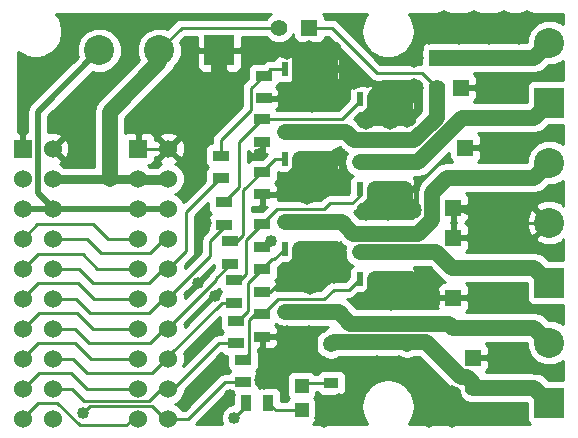
<source format=gtl>
G04 (created by PCBNEW (2013-07-07 BZR 4022)-stable) date 02/12/2013 08:18:55*
%MOIN*%
G04 Gerber Fmt 3.4, Leading zero omitted, Abs format*
%FSLAX34Y34*%
G01*
G70*
G90*
G04 APERTURE LIST*
%ADD10C,0.00590551*%
%ADD11R,0.02X0.045*%
%ADD12R,0.055X0.035*%
%ADD13R,0.06X0.06*%
%ADD14C,0.06*%
%ADD15R,0.1X0.1*%
%ADD16C,0.1*%
%ADD17R,0.05X0.038*%
%ADD18R,0.035X0.055*%
%ADD19R,0.0472X0.0472*%
%ADD20R,0.055X0.055*%
%ADD21C,0.055*%
%ADD22C,0.04*%
%ADD23C,0.065*%
%ADD24C,0.02*%
%ADD25C,0.0544*%
%ADD26C,0.01*%
%ADD27C,0.03*%
G04 APERTURE END LIST*
G54D10*
G54D11*
X41675Y-54475D03*
X41675Y-52375D03*
X41175Y-54475D03*
X40675Y-54475D03*
X40175Y-54475D03*
X41175Y-52375D03*
X40675Y-52375D03*
X40175Y-52375D03*
X44175Y-58475D03*
X44175Y-56375D03*
X43675Y-58475D03*
X43175Y-58475D03*
X42675Y-58475D03*
X43675Y-56375D03*
X43175Y-56375D03*
X42675Y-56375D03*
X41675Y-57475D03*
X41675Y-55375D03*
X41175Y-57475D03*
X40675Y-57475D03*
X40175Y-57475D03*
X41175Y-55375D03*
X40675Y-55375D03*
X40175Y-55375D03*
X44175Y-55475D03*
X44175Y-53375D03*
X43675Y-55475D03*
X43175Y-55475D03*
X42675Y-55475D03*
X43675Y-53375D03*
X43175Y-53375D03*
X42675Y-53375D03*
X41675Y-51475D03*
X41675Y-49375D03*
X41175Y-51475D03*
X40675Y-51475D03*
X40175Y-51475D03*
X41175Y-49375D03*
X40675Y-49375D03*
X40175Y-49375D03*
X44175Y-52475D03*
X44175Y-50375D03*
X43675Y-52475D03*
X43175Y-52475D03*
X42675Y-52475D03*
X43675Y-50375D03*
X43175Y-50375D03*
X42675Y-50375D03*
G54D12*
X39425Y-58300D03*
X39425Y-57550D03*
X39425Y-56800D03*
X39425Y-56050D03*
X39425Y-53550D03*
X39425Y-52800D03*
X39425Y-55300D03*
X39425Y-54550D03*
X39475Y-50350D03*
X39475Y-49600D03*
X39425Y-51800D03*
X39425Y-51050D03*
G54D13*
X31450Y-52034D03*
G54D14*
X32450Y-52034D03*
X31450Y-53034D03*
X32450Y-53034D03*
X31450Y-54034D03*
X32450Y-54034D03*
X31450Y-55034D03*
X32450Y-55034D03*
X31450Y-56034D03*
X32450Y-56034D03*
X31450Y-57034D03*
X32450Y-57034D03*
X31450Y-58034D03*
X32450Y-58034D03*
X31450Y-59034D03*
X32450Y-59034D03*
X31450Y-60034D03*
X32450Y-60034D03*
X31450Y-61034D03*
X32450Y-61034D03*
G54D15*
X49000Y-56500D03*
G54D16*
X49000Y-54500D03*
X49000Y-52500D03*
G54D15*
X49000Y-60500D03*
G54D16*
X49000Y-58500D03*
G54D15*
X49000Y-50500D03*
G54D16*
X49000Y-48500D03*
G54D13*
X35300Y-52034D03*
G54D14*
X36300Y-52034D03*
X35300Y-53034D03*
X36300Y-53034D03*
X35300Y-54034D03*
X36300Y-54034D03*
X35300Y-55034D03*
X36300Y-55034D03*
X35300Y-56034D03*
X36300Y-56034D03*
X35300Y-57034D03*
X36300Y-57034D03*
X35300Y-58034D03*
X36300Y-58034D03*
X35300Y-59034D03*
X36300Y-59034D03*
X35300Y-60034D03*
X36300Y-60034D03*
X35300Y-61034D03*
X36300Y-61034D03*
G54D15*
X38000Y-48750D03*
G54D16*
X36000Y-48750D03*
X34000Y-48750D03*
G54D17*
X41740Y-59840D03*
X41740Y-58550D03*
G54D18*
X38875Y-60500D03*
X39625Y-60500D03*
G54D19*
X40750Y-60763D03*
X40750Y-59937D03*
G54D20*
X46050Y-50000D03*
G54D21*
X46050Y-49000D03*
G54D20*
X46200Y-52000D03*
G54D21*
X46200Y-51000D03*
G54D20*
X45800Y-54000D03*
G54D21*
X45800Y-53000D03*
G54D20*
X45800Y-55000D03*
G54D21*
X45800Y-56000D03*
G54D20*
X45800Y-57000D03*
G54D21*
X45800Y-58000D03*
G54D20*
X46450Y-59000D03*
G54D21*
X46450Y-60000D03*
G54D20*
X41000Y-48000D03*
G54D21*
X40000Y-48000D03*
G54D20*
X45250Y-49000D03*
G54D21*
X45250Y-50000D03*
G54D12*
X38050Y-52275D03*
X38050Y-53025D03*
X38150Y-53825D03*
X38150Y-54575D03*
X38350Y-55125D03*
X38350Y-55875D03*
X38500Y-56425D03*
X38500Y-57175D03*
X38550Y-57775D03*
X38550Y-58525D03*
X38800Y-59075D03*
X38800Y-59825D03*
G54D22*
X38500Y-61000D03*
X33450Y-60850D03*
X48000Y-60750D03*
X47500Y-61000D03*
X47000Y-60750D03*
X46500Y-61000D03*
X31500Y-50500D03*
X31500Y-49500D03*
X32000Y-50000D03*
X32500Y-49500D03*
X33000Y-49000D03*
X33750Y-47750D03*
X34500Y-47750D03*
X36250Y-47750D03*
X35500Y-47750D03*
X35000Y-48250D03*
X35000Y-49000D03*
X34000Y-50000D03*
X33500Y-50250D03*
X33000Y-50750D03*
X33250Y-52250D03*
X33500Y-51750D03*
X33250Y-51250D03*
X36500Y-50000D03*
X36000Y-51250D03*
X35500Y-51000D03*
X36000Y-50500D03*
X36500Y-51000D03*
X37000Y-51500D03*
X37900Y-59350D03*
X37850Y-56950D03*
X37550Y-54500D03*
X37300Y-56500D03*
X37900Y-58100D03*
X38350Y-60250D03*
X49250Y-59500D03*
X48250Y-59250D03*
X48000Y-58750D03*
X47750Y-59250D03*
X47250Y-58750D03*
X48000Y-57250D03*
X47500Y-56750D03*
X47000Y-57250D03*
X46500Y-56750D03*
X48250Y-55250D03*
X49000Y-55500D03*
X48000Y-54750D03*
X47500Y-54250D03*
X46500Y-54250D03*
X47000Y-53750D03*
X48000Y-53750D03*
X49000Y-53500D03*
X47750Y-50250D03*
X47250Y-49750D03*
X46750Y-50250D03*
X47500Y-51750D03*
X47000Y-52250D03*
X47500Y-55250D03*
X47000Y-54750D03*
X46500Y-55250D03*
G54D23*
X41825Y-53175D03*
X44500Y-49000D03*
X45000Y-48250D03*
X45500Y-47750D03*
X46000Y-48250D03*
X46500Y-47750D03*
X47000Y-48250D03*
X47500Y-47750D03*
X48000Y-48250D03*
X48250Y-47750D03*
X39500Y-48750D03*
X40250Y-48750D03*
X41000Y-48750D03*
X44250Y-51000D03*
X41750Y-48750D03*
X42500Y-49750D03*
X44500Y-50000D03*
X45750Y-60250D03*
X45750Y-61000D03*
X45000Y-61000D03*
X45000Y-60250D03*
X44750Y-59500D03*
X44000Y-59250D03*
X43250Y-59250D03*
X42500Y-59500D03*
X42000Y-60500D03*
X41500Y-61000D03*
X39500Y-59750D03*
X40000Y-59000D03*
X40750Y-59000D03*
X41000Y-58250D03*
X40250Y-58250D03*
X37000Y-49500D03*
X37000Y-50500D03*
X37500Y-51000D03*
X38000Y-50500D03*
X37500Y-50000D03*
X38500Y-50000D03*
X40375Y-50275D03*
X41825Y-56225D03*
G54D22*
X39725Y-55125D03*
G54D23*
X44425Y-54075D03*
X41825Y-50475D03*
X40375Y-56125D03*
X40925Y-53575D03*
X43725Y-57125D03*
X43675Y-51075D03*
X44525Y-57075D03*
X40225Y-53225D03*
X42875Y-51075D03*
X41025Y-56575D03*
G54D22*
X39325Y-52225D03*
G54D23*
X41075Y-50525D03*
X43625Y-54125D03*
X42925Y-57075D03*
X42875Y-54125D03*
G54D24*
X32450Y-54034D02*
X32450Y-54000D01*
X31950Y-50800D02*
X34000Y-48750D01*
X31950Y-53500D02*
X31950Y-50800D01*
X32450Y-54000D02*
X31950Y-53500D01*
X31450Y-54034D02*
X32450Y-54034D01*
X32450Y-54034D02*
X35300Y-54034D01*
X35300Y-54034D02*
X36300Y-54034D01*
G54D25*
X36000Y-48750D02*
X36000Y-49150D01*
X34350Y-50800D02*
X34350Y-53034D01*
X36000Y-49150D02*
X34350Y-50800D01*
G54D26*
X40000Y-48000D02*
X36750Y-48000D01*
X36750Y-48000D02*
X36000Y-48750D01*
X38875Y-60500D02*
X38875Y-60625D01*
X38875Y-60625D02*
X38500Y-61000D01*
G54D27*
X32450Y-53034D02*
X34350Y-53034D01*
X34350Y-53034D02*
X35950Y-53034D01*
X35500Y-53084D02*
X36050Y-53084D01*
X36050Y-53084D02*
X35300Y-53034D01*
G54D25*
X46450Y-60000D02*
X46450Y-59850D01*
X44875Y-58475D02*
X44175Y-58475D01*
X46050Y-59650D02*
X44875Y-58475D01*
X46250Y-59650D02*
X46050Y-59650D01*
X46450Y-59850D02*
X46250Y-59650D01*
X42675Y-58475D02*
X41815Y-58475D01*
X41815Y-58475D02*
X41740Y-58550D01*
X46450Y-60000D02*
X48500Y-60000D01*
X48500Y-60000D02*
X49000Y-60500D01*
X43675Y-58475D02*
X44175Y-58475D01*
X42675Y-58475D02*
X43175Y-58475D01*
X44242Y-58542D02*
X44175Y-58475D01*
X43175Y-58475D02*
X43675Y-58475D01*
G54D26*
X36300Y-61034D02*
X36966Y-61034D01*
X38175Y-59825D02*
X38800Y-59825D01*
X36966Y-61034D02*
X38175Y-59825D01*
X36300Y-61034D02*
X36184Y-61034D01*
X33689Y-60610D02*
X33450Y-60850D01*
X35760Y-60610D02*
X33689Y-60610D01*
X36184Y-61034D02*
X35760Y-60610D01*
G54D25*
X45800Y-58000D02*
X48500Y-58000D01*
X48500Y-58000D02*
X49000Y-58500D01*
X41675Y-57475D02*
X41975Y-57475D01*
X45670Y-57870D02*
X45800Y-58000D01*
X42370Y-57870D02*
X45670Y-57870D01*
X41975Y-57475D02*
X42370Y-57870D01*
X41175Y-57475D02*
X41675Y-57475D01*
X40675Y-57475D02*
X41175Y-57475D01*
X40175Y-57475D02*
X40675Y-57475D01*
G54D26*
X36300Y-60034D02*
X36466Y-60034D01*
X37975Y-58525D02*
X38550Y-58525D01*
X36466Y-60034D02*
X37975Y-58525D01*
X36300Y-60034D02*
X36066Y-60034D01*
X36066Y-60034D02*
X35650Y-60450D01*
X33500Y-60450D02*
X35650Y-60450D01*
X32450Y-60034D02*
X33084Y-60034D01*
X33084Y-60034D02*
X33500Y-60450D01*
G54D25*
X45800Y-56000D02*
X48500Y-56000D01*
X48500Y-56000D02*
X49000Y-56500D01*
X44175Y-55475D02*
X45225Y-55475D01*
X45750Y-56000D02*
X45800Y-56000D01*
X45225Y-55475D02*
X45750Y-56000D01*
X43675Y-55475D02*
X44175Y-55475D01*
X42675Y-55475D02*
X43175Y-55475D01*
X43175Y-55475D02*
X43675Y-55475D01*
G54D26*
X36300Y-59034D02*
X36300Y-58950D01*
X38075Y-57175D02*
X38500Y-57175D01*
X36300Y-58950D02*
X38075Y-57175D01*
X36300Y-59034D02*
X36216Y-59034D01*
X36216Y-59034D02*
X35750Y-59500D01*
X33600Y-59500D02*
X35750Y-59500D01*
X32450Y-59034D02*
X33134Y-59034D01*
X33134Y-59034D02*
X33600Y-59500D01*
G54D25*
X45800Y-53000D02*
X45600Y-53000D01*
X42075Y-54475D02*
X41799Y-54475D01*
X42470Y-54870D02*
X42075Y-54475D01*
X44629Y-54870D02*
X42470Y-54870D01*
X45100Y-54400D02*
X44629Y-54870D01*
X45100Y-53500D02*
X45100Y-54400D01*
X45600Y-53000D02*
X45100Y-53500D01*
X45800Y-53000D02*
X48500Y-53000D01*
X48500Y-53000D02*
X49000Y-52500D01*
X41175Y-54475D02*
X41799Y-54475D01*
X40175Y-54475D02*
X40675Y-54475D01*
X41799Y-54475D02*
X41675Y-54475D01*
X40675Y-54475D02*
X41175Y-54475D01*
G54D26*
X38350Y-55875D02*
X38350Y-55900D01*
X36266Y-58034D02*
X36300Y-58034D01*
X37900Y-56400D02*
X36266Y-58034D01*
X37900Y-56350D02*
X37900Y-56400D01*
X38350Y-55900D02*
X37900Y-56350D01*
X36300Y-58034D02*
X36166Y-58034D01*
X36166Y-58034D02*
X35700Y-58500D01*
X32450Y-58034D02*
X33184Y-58034D01*
X33650Y-58500D02*
X35700Y-58500D01*
X33184Y-58034D02*
X33650Y-58500D01*
G54D25*
X46200Y-51000D02*
X46104Y-51000D01*
X44629Y-52475D02*
X44175Y-52475D01*
X46104Y-51000D02*
X44629Y-52475D01*
X46200Y-51000D02*
X48500Y-51000D01*
X48500Y-51000D02*
X49000Y-50500D01*
X43175Y-52475D02*
X43675Y-52475D01*
X43675Y-52475D02*
X44175Y-52475D01*
X42675Y-52475D02*
X43175Y-52475D01*
G54D26*
X38150Y-54575D02*
X38150Y-54650D01*
X36266Y-57034D02*
X36300Y-57034D01*
X37700Y-55600D02*
X36266Y-57034D01*
X37700Y-55100D02*
X37700Y-55600D01*
X38150Y-54650D02*
X37700Y-55100D01*
X36300Y-57034D02*
X36116Y-57034D01*
X36116Y-57034D02*
X35650Y-57500D01*
X32450Y-57034D02*
X33234Y-57034D01*
X33700Y-57500D02*
X35650Y-57500D01*
X33234Y-57034D02*
X33700Y-57500D01*
X45250Y-50000D02*
X44750Y-49500D01*
X41750Y-48000D02*
X41000Y-48000D01*
X43250Y-49500D02*
X41750Y-48000D01*
X44750Y-49500D02*
X43250Y-49500D01*
G54D25*
X41675Y-51475D02*
X42225Y-51475D01*
X45250Y-51000D02*
X45250Y-50000D01*
X44500Y-51750D02*
X45250Y-51000D01*
X42500Y-51750D02*
X44500Y-51750D01*
X42225Y-51475D02*
X42500Y-51750D01*
X41175Y-51475D02*
X41675Y-51475D01*
X40675Y-51475D02*
X41175Y-51475D01*
X40175Y-51475D02*
X40675Y-51475D01*
X46050Y-49000D02*
X48500Y-49000D01*
X48500Y-49000D02*
X49000Y-48500D01*
X45250Y-49000D02*
X46050Y-49000D01*
G54D26*
X38050Y-53025D02*
X38025Y-53025D01*
X36900Y-55434D02*
X36300Y-56034D01*
X36900Y-54150D02*
X36900Y-55434D01*
X38025Y-53025D02*
X36900Y-54150D01*
X36300Y-56034D02*
X36116Y-56034D01*
X36116Y-56034D02*
X35650Y-56500D01*
X33800Y-56500D02*
X35650Y-56500D01*
X32450Y-56034D02*
X33334Y-56034D01*
X33334Y-56034D02*
X33800Y-56500D01*
X35300Y-61034D02*
X35116Y-61034D01*
X35116Y-61034D02*
X34900Y-61250D01*
X31450Y-61034D02*
X31450Y-61000D01*
X33350Y-61250D02*
X34900Y-61250D01*
X31450Y-61000D02*
X31950Y-60500D01*
X31950Y-60500D02*
X32600Y-60500D01*
X32600Y-60500D02*
X33350Y-61250D01*
X31450Y-56034D02*
X31466Y-56034D01*
X33450Y-55550D02*
X33934Y-56034D01*
X31950Y-55550D02*
X33450Y-55550D01*
X31466Y-56034D02*
X31950Y-55550D01*
X33934Y-56034D02*
X35300Y-56034D01*
X33584Y-60034D02*
X35300Y-60034D01*
X31450Y-60034D02*
X31466Y-60034D01*
X33050Y-59500D02*
X33584Y-60034D01*
X32000Y-59500D02*
X33050Y-59500D01*
X31466Y-60034D02*
X32000Y-59500D01*
X33734Y-59034D02*
X35300Y-59034D01*
X31450Y-59034D02*
X31450Y-59000D01*
X33200Y-58500D02*
X33734Y-59034D01*
X31950Y-58500D02*
X33200Y-58500D01*
X31450Y-59000D02*
X31950Y-58500D01*
X31450Y-58034D02*
X31466Y-58034D01*
X33250Y-57500D02*
X33784Y-58034D01*
X32000Y-57500D02*
X33250Y-57500D01*
X31466Y-58034D02*
X32000Y-57500D01*
X33784Y-58034D02*
X35300Y-58034D01*
X33834Y-57034D02*
X35300Y-57034D01*
X31450Y-57034D02*
X31450Y-57000D01*
X33300Y-56500D02*
X33834Y-57034D01*
X31950Y-56500D02*
X33300Y-56500D01*
X31450Y-57000D02*
X31950Y-56500D01*
X35300Y-55034D02*
X34284Y-55034D01*
X31934Y-54550D02*
X31450Y-55034D01*
X33800Y-54550D02*
X31934Y-54550D01*
X34284Y-55034D02*
X33800Y-54550D01*
X36300Y-55034D02*
X36166Y-55034D01*
X36166Y-55034D02*
X35700Y-55500D01*
X34050Y-55500D02*
X35700Y-55500D01*
X32450Y-55034D02*
X33584Y-55034D01*
X33584Y-55034D02*
X34050Y-55500D01*
X45750Y-61000D02*
X46500Y-61000D01*
X47250Y-61000D02*
X47500Y-61000D01*
X47000Y-60750D02*
X47250Y-61000D01*
X33250Y-51250D02*
X33250Y-51000D01*
X32000Y-50000D02*
X31500Y-49500D01*
X33000Y-49000D02*
X32500Y-49500D01*
X34500Y-47750D02*
X33750Y-47750D01*
X35500Y-47750D02*
X36250Y-47750D01*
X35000Y-49000D02*
X35000Y-48250D01*
X33750Y-50000D02*
X34000Y-50000D01*
X33500Y-50250D02*
X33750Y-50000D01*
X33250Y-51000D02*
X33000Y-50750D01*
X33500Y-51500D02*
X33500Y-51750D01*
X33250Y-51250D02*
X33500Y-51500D01*
X36000Y-50500D02*
X36500Y-50000D01*
X36000Y-50500D02*
X35500Y-51000D01*
X37000Y-51500D02*
X36500Y-51000D01*
X46450Y-59000D02*
X47000Y-59000D01*
X48500Y-59500D02*
X49250Y-59500D01*
X48250Y-59250D02*
X48500Y-59500D01*
X48000Y-59000D02*
X48000Y-58750D01*
X47750Y-59250D02*
X48000Y-59000D01*
X47000Y-59000D02*
X47250Y-58750D01*
X45800Y-57000D02*
X46250Y-57000D01*
X47000Y-57250D02*
X47500Y-56750D01*
X46250Y-57000D02*
X46500Y-56750D01*
X48000Y-53750D02*
X48750Y-53750D01*
X48000Y-54750D02*
X47500Y-54250D01*
X46500Y-54250D02*
X47000Y-53750D01*
X48750Y-53750D02*
X49000Y-53500D01*
X46050Y-50000D02*
X46500Y-50000D01*
X47250Y-49750D02*
X47750Y-50250D01*
X46500Y-50000D02*
X46750Y-50250D01*
X46200Y-52000D02*
X46750Y-52000D01*
X46750Y-52000D02*
X47000Y-52250D01*
X45800Y-55000D02*
X46250Y-55000D01*
X47000Y-54750D02*
X47500Y-55250D01*
X46250Y-55000D02*
X46500Y-55250D01*
X35300Y-52034D02*
X36300Y-52034D01*
G54D25*
X44175Y-56375D02*
X44375Y-56375D01*
X44375Y-56375D02*
X44500Y-56500D01*
X41675Y-55375D02*
X41875Y-55375D01*
X41875Y-55375D02*
X42000Y-55500D01*
X41675Y-52375D02*
X41875Y-52375D01*
X41875Y-52375D02*
X42000Y-52250D01*
X41675Y-52375D02*
X41675Y-53025D01*
X41675Y-53025D02*
X41825Y-53175D01*
X41675Y-53025D02*
X41825Y-53175D01*
X43175Y-56375D02*
X44175Y-56375D01*
X40675Y-55375D02*
X41675Y-55375D01*
X40675Y-52375D02*
X41675Y-52375D01*
X43175Y-53375D02*
X44175Y-53375D01*
X44175Y-50375D02*
X44175Y-50925D01*
X44175Y-50925D02*
X44250Y-51000D01*
X43175Y-50375D02*
X43175Y-50325D01*
X43500Y-50000D02*
X44500Y-50000D01*
X43175Y-50325D02*
X43500Y-50000D01*
X40675Y-49375D02*
X40675Y-49075D01*
X40675Y-49075D02*
X41000Y-48750D01*
X41675Y-49375D02*
X41675Y-48825D01*
X41675Y-48825D02*
X41750Y-48750D01*
X41175Y-49375D02*
X41175Y-48925D01*
X41175Y-48925D02*
X41000Y-48750D01*
G54D26*
X44500Y-49000D02*
X44750Y-48750D01*
X44750Y-48750D02*
X44750Y-48500D01*
X44750Y-48500D02*
X45000Y-48250D01*
X45500Y-47750D02*
X46000Y-48250D01*
X46500Y-47750D02*
X47000Y-48250D01*
X47500Y-47750D02*
X48000Y-48250D01*
X40250Y-48750D02*
X39500Y-48750D01*
X41750Y-48750D02*
X41000Y-48750D01*
X44250Y-51000D02*
X43000Y-49750D01*
X43000Y-49750D02*
X42500Y-49750D01*
X49000Y-54500D02*
X47250Y-54500D01*
X47250Y-54500D02*
X45800Y-54000D01*
X44175Y-50375D02*
X43675Y-50375D01*
X39425Y-58300D02*
X40200Y-58300D01*
X45750Y-61000D02*
X45750Y-60250D01*
X45000Y-60250D02*
X45000Y-61000D01*
X44250Y-59500D02*
X44750Y-59500D01*
X44000Y-59250D02*
X44250Y-59500D01*
X42750Y-59250D02*
X43250Y-59250D01*
X42500Y-59500D02*
X42750Y-59250D01*
X41500Y-61000D02*
X42000Y-60500D01*
X39500Y-59500D02*
X39500Y-59750D01*
X40000Y-59000D02*
X39500Y-59500D01*
X40750Y-58500D02*
X40750Y-59000D01*
X41000Y-58250D02*
X40750Y-58500D01*
X40200Y-58300D02*
X40250Y-58250D01*
G54D25*
X38000Y-48750D02*
X38000Y-49500D01*
X37500Y-51000D02*
X37000Y-50500D01*
X37500Y-50000D02*
X38000Y-50500D01*
X38000Y-49500D02*
X38500Y-50000D01*
G54D26*
X39475Y-50350D02*
X40300Y-50350D01*
G54D25*
X40675Y-49975D02*
X40375Y-50275D01*
X40675Y-49975D02*
X40675Y-49375D01*
G54D26*
X40300Y-50350D02*
X40375Y-50275D01*
G54D25*
X41675Y-55375D02*
X41675Y-56075D01*
X41675Y-56075D02*
X41825Y-56225D01*
X43675Y-54075D02*
X43625Y-54125D01*
X43675Y-57075D02*
X43725Y-57125D01*
X44175Y-53825D02*
X44425Y-54075D01*
X44175Y-53375D02*
X44175Y-53825D01*
X41675Y-49375D02*
X41675Y-50325D01*
X41675Y-50325D02*
X41825Y-50475D01*
X43175Y-56825D02*
X42925Y-57075D01*
X43175Y-53825D02*
X42875Y-54125D01*
X43675Y-50375D02*
X43675Y-51075D01*
X44175Y-56725D02*
X44525Y-57075D01*
X44175Y-56375D02*
X44175Y-56725D01*
X43175Y-53375D02*
X43175Y-53825D01*
X43675Y-53375D02*
X43675Y-54075D01*
G54D26*
X39700Y-56800D02*
X40375Y-56125D01*
G54D25*
X41175Y-50425D02*
X41075Y-50525D01*
G54D26*
X39425Y-52125D02*
X39325Y-52225D01*
G54D25*
X41175Y-55375D02*
X41175Y-56425D01*
G54D26*
X39425Y-53550D02*
X39900Y-53550D01*
G54D25*
X41175Y-53325D02*
X40925Y-53575D01*
X43175Y-56375D02*
X43175Y-56825D01*
G54D26*
X39550Y-55300D02*
X39725Y-55125D01*
G54D25*
X40675Y-55825D02*
X40675Y-55375D01*
X41175Y-49375D02*
X41175Y-50425D01*
G54D26*
X39425Y-56800D02*
X39700Y-56800D01*
G54D25*
X41175Y-56425D02*
X41025Y-56575D01*
X40675Y-52775D02*
X40225Y-53225D01*
X43175Y-50375D02*
X43175Y-50775D01*
X43675Y-56375D02*
X43675Y-57075D01*
X43175Y-50775D02*
X42875Y-51075D01*
G54D26*
X39425Y-51800D02*
X39425Y-52125D01*
G54D25*
X40675Y-52775D02*
X40675Y-52375D01*
G54D26*
X39425Y-55300D02*
X39550Y-55300D01*
X39900Y-53550D02*
X40225Y-53225D01*
G54D25*
X41175Y-52375D02*
X41175Y-53325D01*
X40675Y-55825D02*
X40375Y-56125D01*
G54D26*
X38050Y-52275D02*
X38050Y-51750D01*
X39050Y-50025D02*
X39475Y-49600D01*
X39050Y-50750D02*
X39050Y-50025D01*
X38050Y-51750D02*
X39050Y-50750D01*
X40175Y-49375D02*
X39700Y-49375D01*
X39700Y-49375D02*
X39475Y-49600D01*
X38350Y-55125D02*
X38575Y-55125D01*
X38800Y-53425D02*
X39425Y-52800D01*
X38800Y-54900D02*
X38800Y-53425D01*
X38575Y-55125D02*
X38800Y-54900D01*
X39425Y-52800D02*
X39300Y-52800D01*
X40175Y-52375D02*
X39850Y-52375D01*
X39850Y-52375D02*
X39425Y-52800D01*
X38500Y-56425D02*
X38675Y-56425D01*
X38900Y-55075D02*
X39425Y-54550D01*
X38900Y-56200D02*
X38900Y-55075D01*
X38675Y-56425D02*
X38900Y-56200D01*
X39425Y-54550D02*
X39350Y-54550D01*
X42425Y-53851D02*
X41699Y-53851D01*
X41499Y-54051D02*
X39924Y-54051D01*
X42675Y-53375D02*
X42675Y-53601D01*
X39924Y-54051D02*
X39425Y-54550D01*
X42675Y-53601D02*
X42425Y-53851D01*
X41699Y-53851D02*
X41499Y-54051D01*
X38550Y-57775D02*
X38625Y-57775D01*
X38950Y-56525D02*
X39425Y-56050D01*
X38950Y-57450D02*
X38950Y-56525D01*
X38625Y-57775D02*
X38950Y-57450D01*
X39750Y-55725D02*
X39425Y-56050D01*
X40175Y-55375D02*
X39825Y-55725D01*
X39825Y-55725D02*
X39750Y-55725D01*
X39425Y-57550D02*
X39200Y-57550D01*
X39000Y-58875D02*
X38800Y-59075D01*
X39000Y-57750D02*
X39000Y-58875D01*
X39200Y-57550D02*
X39000Y-57750D01*
X39450Y-57550D02*
X39949Y-57051D01*
X42310Y-56740D02*
X42675Y-56375D01*
X41810Y-56740D02*
X42310Y-56740D01*
X41499Y-57051D02*
X41810Y-56740D01*
X39949Y-57051D02*
X41499Y-57051D01*
X39425Y-57550D02*
X39450Y-57550D01*
X38150Y-53825D02*
X38150Y-53800D01*
X38650Y-51825D02*
X39425Y-51050D01*
X38650Y-53300D02*
X38650Y-51825D01*
X38150Y-53800D02*
X38650Y-53300D01*
X39425Y-51050D02*
X39350Y-51050D01*
X42675Y-50444D02*
X42075Y-51044D01*
X42675Y-50375D02*
X42675Y-50444D01*
X42075Y-51044D02*
X39431Y-51044D01*
X39431Y-51044D02*
X39425Y-51050D01*
X40750Y-60763D02*
X39888Y-60763D01*
X39888Y-60763D02*
X39625Y-60500D01*
X41740Y-59840D02*
X40847Y-59840D01*
X40847Y-59840D02*
X40750Y-59937D01*
G54D10*
G36*
X37721Y-54200D02*
X37663Y-54258D01*
X37625Y-54350D01*
X37624Y-54449D01*
X37624Y-54750D01*
X37487Y-54887D01*
X37422Y-54985D01*
X37400Y-55100D01*
X37400Y-55475D01*
X36850Y-56025D01*
X36850Y-55925D01*
X36845Y-55913D01*
X37112Y-55646D01*
X37112Y-55646D01*
X37177Y-55548D01*
X37199Y-55434D01*
X37200Y-55434D01*
X37200Y-54274D01*
X37624Y-53849D01*
X37624Y-54049D01*
X37662Y-54141D01*
X37721Y-54200D01*
X37721Y-54200D01*
G37*
G54D26*
X37721Y-54200D02*
X37663Y-54258D01*
X37625Y-54350D01*
X37624Y-54449D01*
X37624Y-54750D01*
X37487Y-54887D01*
X37422Y-54985D01*
X37400Y-55100D01*
X37400Y-55475D01*
X36850Y-56025D01*
X36850Y-55925D01*
X36845Y-55913D01*
X37112Y-55646D01*
X37112Y-55646D01*
X37177Y-55548D01*
X37199Y-55434D01*
X37200Y-55434D01*
X37200Y-54274D01*
X37624Y-53849D01*
X37624Y-54049D01*
X37662Y-54141D01*
X37721Y-54200D01*
G54D10*
G36*
X37824Y-56000D02*
X37687Y-56137D01*
X37622Y-56235D01*
X37618Y-56257D01*
X37618Y-56257D01*
X36850Y-57025D01*
X36850Y-56925D01*
X36835Y-56889D01*
X37824Y-55899D01*
X37824Y-56000D01*
X37824Y-56000D01*
G37*
G54D26*
X37824Y-56000D02*
X37687Y-56137D01*
X37622Y-56235D01*
X37618Y-56257D01*
X37618Y-56257D01*
X36850Y-57025D01*
X36850Y-56925D01*
X36835Y-56889D01*
X37824Y-55899D01*
X37824Y-56000D01*
G54D10*
G36*
X38071Y-56800D02*
X38013Y-56858D01*
X38000Y-56889D01*
X37960Y-56897D01*
X37862Y-56962D01*
X36850Y-57975D01*
X36850Y-57925D01*
X36835Y-57889D01*
X38004Y-56720D01*
X38012Y-56741D01*
X38071Y-56800D01*
X38071Y-56800D01*
G37*
G54D26*
X38071Y-56800D02*
X38013Y-56858D01*
X38000Y-56889D01*
X37960Y-56897D01*
X37862Y-56962D01*
X36850Y-57975D01*
X36850Y-57925D01*
X36835Y-57889D01*
X38004Y-56720D01*
X38012Y-56741D01*
X38071Y-56800D01*
G54D10*
G36*
X38121Y-58150D02*
X38063Y-58208D01*
X38056Y-58225D01*
X37975Y-58225D01*
X37860Y-58247D01*
X37762Y-58312D01*
X36791Y-59284D01*
X36849Y-59143D01*
X36850Y-58925D01*
X36820Y-58853D01*
X38024Y-57649D01*
X38024Y-57649D01*
X38024Y-57999D01*
X38062Y-58091D01*
X38121Y-58150D01*
X38121Y-58150D01*
G37*
G54D26*
X38121Y-58150D02*
X38063Y-58208D01*
X38056Y-58225D01*
X37975Y-58225D01*
X37860Y-58247D01*
X37762Y-58312D01*
X36791Y-59284D01*
X36849Y-59143D01*
X36850Y-58925D01*
X36820Y-58853D01*
X38024Y-57649D01*
X38024Y-57649D01*
X38024Y-57999D01*
X38062Y-58091D01*
X38121Y-58150D01*
G54D10*
G36*
X38371Y-59450D02*
X38313Y-59508D01*
X38306Y-59525D01*
X38175Y-59525D01*
X38060Y-59547D01*
X37962Y-59612D01*
X36841Y-60734D01*
X36771Y-60734D01*
X36766Y-60722D01*
X36611Y-60568D01*
X36530Y-60534D01*
X36611Y-60500D01*
X36765Y-60345D01*
X36849Y-60143D01*
X36849Y-60074D01*
X38072Y-58851D01*
X38133Y-58911D01*
X38225Y-58949D01*
X38274Y-58949D01*
X38274Y-59299D01*
X38312Y-59391D01*
X38371Y-59450D01*
X38371Y-59450D01*
G37*
G54D26*
X38371Y-59450D02*
X38313Y-59508D01*
X38306Y-59525D01*
X38175Y-59525D01*
X38060Y-59547D01*
X37962Y-59612D01*
X36841Y-60734D01*
X36771Y-60734D01*
X36766Y-60722D01*
X36611Y-60568D01*
X36530Y-60534D01*
X36611Y-60500D01*
X36765Y-60345D01*
X36849Y-60143D01*
X36849Y-60074D01*
X38072Y-58851D01*
X38133Y-58911D01*
X38225Y-58949D01*
X38274Y-58949D01*
X38274Y-59299D01*
X38312Y-59391D01*
X38371Y-59450D01*
G54D10*
G36*
X38449Y-60239D02*
X38449Y-60274D01*
X38449Y-60549D01*
X38410Y-60549D01*
X38245Y-60618D01*
X38118Y-60744D01*
X38050Y-60910D01*
X38049Y-61089D01*
X38095Y-61200D01*
X37224Y-61200D01*
X38299Y-60125D01*
X38306Y-60125D01*
X38312Y-60141D01*
X38383Y-60211D01*
X38449Y-60239D01*
X38449Y-60239D01*
G37*
G54D26*
X38449Y-60239D02*
X38449Y-60274D01*
X38449Y-60549D01*
X38410Y-60549D01*
X38245Y-60618D01*
X38118Y-60744D01*
X38050Y-60910D01*
X38049Y-61089D01*
X38095Y-61200D01*
X37224Y-61200D01*
X38299Y-60125D01*
X38306Y-60125D01*
X38312Y-60141D01*
X38383Y-60211D01*
X38449Y-60239D01*
G54D10*
G36*
X39482Y-55350D02*
X39475Y-55350D01*
X39475Y-55357D01*
X39375Y-55357D01*
X39375Y-55350D01*
X39367Y-55350D01*
X39367Y-55250D01*
X39375Y-55250D01*
X39375Y-55242D01*
X39475Y-55242D01*
X39475Y-55250D01*
X39482Y-55250D01*
X39482Y-55350D01*
X39482Y-55350D01*
G37*
G54D26*
X39482Y-55350D02*
X39475Y-55350D01*
X39475Y-55357D01*
X39375Y-55357D01*
X39375Y-55350D01*
X39367Y-55350D01*
X39367Y-55250D01*
X39375Y-55250D01*
X39375Y-55242D01*
X39475Y-55242D01*
X39475Y-55250D01*
X39482Y-55250D01*
X39482Y-55350D01*
G54D10*
G36*
X39482Y-56850D02*
X39475Y-56850D01*
X39475Y-56857D01*
X39375Y-56857D01*
X39375Y-56850D01*
X39367Y-56850D01*
X39367Y-56750D01*
X39375Y-56750D01*
X39375Y-56742D01*
X39475Y-56742D01*
X39475Y-56750D01*
X39482Y-56750D01*
X39482Y-56850D01*
X39482Y-56850D01*
G37*
G54D26*
X39482Y-56850D02*
X39475Y-56850D01*
X39475Y-56857D01*
X39375Y-56857D01*
X39375Y-56850D01*
X39367Y-56850D01*
X39367Y-56750D01*
X39375Y-56750D01*
X39375Y-56742D01*
X39475Y-56742D01*
X39475Y-56750D01*
X39482Y-56750D01*
X39482Y-56850D01*
G54D10*
G36*
X39575Y-52225D02*
X39425Y-52374D01*
X39100Y-52374D01*
X39008Y-52412D01*
X38950Y-52471D01*
X38950Y-52128D01*
X39008Y-52186D01*
X39100Y-52224D01*
X39199Y-52225D01*
X39312Y-52225D01*
X39375Y-52162D01*
X39375Y-51850D01*
X39367Y-51850D01*
X39367Y-51750D01*
X39375Y-51750D01*
X39375Y-51742D01*
X39475Y-51742D01*
X39475Y-51750D01*
X39482Y-51750D01*
X39482Y-51850D01*
X39475Y-51850D01*
X39475Y-52162D01*
X39537Y-52225D01*
X39575Y-52225D01*
X39575Y-52225D01*
G37*
G54D26*
X39575Y-52225D02*
X39425Y-52374D01*
X39100Y-52374D01*
X39008Y-52412D01*
X38950Y-52471D01*
X38950Y-52128D01*
X39008Y-52186D01*
X39100Y-52224D01*
X39199Y-52225D01*
X39312Y-52225D01*
X39375Y-52162D01*
X39375Y-51850D01*
X39367Y-51850D01*
X39367Y-51750D01*
X39375Y-51750D01*
X39375Y-51742D01*
X39475Y-51742D01*
X39475Y-51750D01*
X39482Y-51750D01*
X39482Y-51850D01*
X39475Y-51850D01*
X39475Y-52162D01*
X39537Y-52225D01*
X39575Y-52225D01*
G54D10*
G36*
X39714Y-47550D02*
X39703Y-47554D01*
X39557Y-47700D01*
X36750Y-47700D01*
X36635Y-47722D01*
X36537Y-47787D01*
X36274Y-48051D01*
X36149Y-48000D01*
X35851Y-47999D01*
X35575Y-48113D01*
X35364Y-48324D01*
X35250Y-48600D01*
X35249Y-48898D01*
X35326Y-49084D01*
X33980Y-50430D01*
X33867Y-50600D01*
X33828Y-50800D01*
X33828Y-52634D01*
X33004Y-52634D01*
X33004Y-52115D01*
X32993Y-51897D01*
X32931Y-51746D01*
X32835Y-51718D01*
X32520Y-52034D01*
X32835Y-52349D01*
X32931Y-52321D01*
X33004Y-52115D01*
X33004Y-52634D01*
X32827Y-52634D01*
X32761Y-52568D01*
X32686Y-52536D01*
X32737Y-52515D01*
X32765Y-52419D01*
X32450Y-52104D01*
X32444Y-52110D01*
X32373Y-52039D01*
X32379Y-52034D01*
X32373Y-52028D01*
X32444Y-51957D01*
X32450Y-51963D01*
X32765Y-51648D01*
X32737Y-51552D01*
X32531Y-51479D01*
X32313Y-51490D01*
X32300Y-51495D01*
X32300Y-50944D01*
X33775Y-49469D01*
X33850Y-49499D01*
X34148Y-49500D01*
X34424Y-49386D01*
X34635Y-49175D01*
X34749Y-48899D01*
X34750Y-48601D01*
X34636Y-48325D01*
X34425Y-48114D01*
X34149Y-48000D01*
X33851Y-47999D01*
X33575Y-48113D01*
X33364Y-48324D01*
X33250Y-48600D01*
X33249Y-48898D01*
X33281Y-48973D01*
X31702Y-50552D01*
X31626Y-50666D01*
X31600Y-50800D01*
X31600Y-51483D01*
X31562Y-51484D01*
X31500Y-51546D01*
X31500Y-51984D01*
X31507Y-51984D01*
X31507Y-52084D01*
X31500Y-52084D01*
X31500Y-52091D01*
X31400Y-52091D01*
X31400Y-52084D01*
X31392Y-52084D01*
X31392Y-51984D01*
X31400Y-51984D01*
X31400Y-51546D01*
X31337Y-51484D01*
X31300Y-51483D01*
X31300Y-48809D01*
X31477Y-48927D01*
X31478Y-48928D01*
X31586Y-48973D01*
X31816Y-49019D01*
X31933Y-49019D01*
X31934Y-49019D01*
X32161Y-48973D01*
X32162Y-48973D01*
X32271Y-48928D01*
X32465Y-48799D01*
X32548Y-48716D01*
X32549Y-48715D01*
X32677Y-48522D01*
X32678Y-48521D01*
X32723Y-48413D01*
X32769Y-48183D01*
X32769Y-48183D01*
X32769Y-48183D01*
X32769Y-48125D01*
X32769Y-48066D01*
X32769Y-48066D01*
X32769Y-48066D01*
X32723Y-47836D01*
X32678Y-47728D01*
X32677Y-47727D01*
X32559Y-47550D01*
X39714Y-47550D01*
X39714Y-47550D01*
G37*
G54D26*
X39714Y-47550D02*
X39703Y-47554D01*
X39557Y-47700D01*
X36750Y-47700D01*
X36635Y-47722D01*
X36537Y-47787D01*
X36274Y-48051D01*
X36149Y-48000D01*
X35851Y-47999D01*
X35575Y-48113D01*
X35364Y-48324D01*
X35250Y-48600D01*
X35249Y-48898D01*
X35326Y-49084D01*
X33980Y-50430D01*
X33867Y-50600D01*
X33828Y-50800D01*
X33828Y-52634D01*
X33004Y-52634D01*
X33004Y-52115D01*
X32993Y-51897D01*
X32931Y-51746D01*
X32835Y-51718D01*
X32520Y-52034D01*
X32835Y-52349D01*
X32931Y-52321D01*
X33004Y-52115D01*
X33004Y-52634D01*
X32827Y-52634D01*
X32761Y-52568D01*
X32686Y-52536D01*
X32737Y-52515D01*
X32765Y-52419D01*
X32450Y-52104D01*
X32444Y-52110D01*
X32373Y-52039D01*
X32379Y-52034D01*
X32373Y-52028D01*
X32444Y-51957D01*
X32450Y-51963D01*
X32765Y-51648D01*
X32737Y-51552D01*
X32531Y-51479D01*
X32313Y-51490D01*
X32300Y-51495D01*
X32300Y-50944D01*
X33775Y-49469D01*
X33850Y-49499D01*
X34148Y-49500D01*
X34424Y-49386D01*
X34635Y-49175D01*
X34749Y-48899D01*
X34750Y-48601D01*
X34636Y-48325D01*
X34425Y-48114D01*
X34149Y-48000D01*
X33851Y-47999D01*
X33575Y-48113D01*
X33364Y-48324D01*
X33250Y-48600D01*
X33249Y-48898D01*
X33281Y-48973D01*
X31702Y-50552D01*
X31626Y-50666D01*
X31600Y-50800D01*
X31600Y-51483D01*
X31562Y-51484D01*
X31500Y-51546D01*
X31500Y-51984D01*
X31507Y-51984D01*
X31507Y-52084D01*
X31500Y-52084D01*
X31500Y-52091D01*
X31400Y-52091D01*
X31400Y-52084D01*
X31392Y-52084D01*
X31392Y-51984D01*
X31400Y-51984D01*
X31400Y-51546D01*
X31337Y-51484D01*
X31300Y-51483D01*
X31300Y-48809D01*
X31477Y-48927D01*
X31478Y-48928D01*
X31586Y-48973D01*
X31816Y-49019D01*
X31933Y-49019D01*
X31934Y-49019D01*
X32161Y-48973D01*
X32162Y-48973D01*
X32271Y-48928D01*
X32465Y-48799D01*
X32548Y-48716D01*
X32549Y-48715D01*
X32677Y-48522D01*
X32678Y-48521D01*
X32723Y-48413D01*
X32769Y-48183D01*
X32769Y-48183D01*
X32769Y-48183D01*
X32769Y-48125D01*
X32769Y-48066D01*
X32769Y-48066D01*
X32769Y-48066D01*
X32723Y-47836D01*
X32678Y-47728D01*
X32677Y-47727D01*
X32559Y-47550D01*
X39714Y-47550D01*
G54D10*
G36*
X42441Y-52934D02*
X42433Y-52937D01*
X42363Y-53008D01*
X42325Y-53100D01*
X42324Y-53199D01*
X42324Y-53526D01*
X42300Y-53551D01*
X42025Y-53551D01*
X42025Y-52550D01*
X42025Y-52487D01*
X41962Y-52425D01*
X41725Y-52425D01*
X41725Y-52787D01*
X41787Y-52850D01*
X41824Y-52850D01*
X41916Y-52812D01*
X41986Y-52741D01*
X42024Y-52649D01*
X42025Y-52550D01*
X42025Y-53551D01*
X41699Y-53551D01*
X41625Y-53565D01*
X41625Y-52787D01*
X41625Y-52425D01*
X41462Y-52425D01*
X41387Y-52425D01*
X41225Y-52425D01*
X41225Y-52787D01*
X41287Y-52850D01*
X41324Y-52850D01*
X41416Y-52812D01*
X41425Y-52803D01*
X41433Y-52812D01*
X41525Y-52850D01*
X41562Y-52850D01*
X41625Y-52787D01*
X41625Y-53565D01*
X41584Y-53573D01*
X41486Y-53638D01*
X41374Y-53751D01*
X41125Y-53751D01*
X41125Y-52787D01*
X41125Y-52425D01*
X40962Y-52425D01*
X40887Y-52425D01*
X40725Y-52425D01*
X40725Y-52787D01*
X40787Y-52850D01*
X40824Y-52850D01*
X40916Y-52812D01*
X40925Y-52803D01*
X40933Y-52812D01*
X41025Y-52850D01*
X41062Y-52850D01*
X41125Y-52787D01*
X41125Y-53751D01*
X39950Y-53751D01*
X39950Y-53662D01*
X39887Y-53600D01*
X39475Y-53600D01*
X39475Y-53912D01*
X39537Y-53975D01*
X39575Y-53975D01*
X39425Y-54124D01*
X39100Y-54124D01*
X39100Y-54125D01*
X39100Y-53974D01*
X39100Y-53974D01*
X39199Y-53975D01*
X39312Y-53975D01*
X39375Y-53912D01*
X39375Y-53600D01*
X39367Y-53600D01*
X39367Y-53500D01*
X39375Y-53500D01*
X39375Y-53492D01*
X39475Y-53492D01*
X39475Y-53500D01*
X39887Y-53500D01*
X39950Y-53437D01*
X39950Y-53325D01*
X39912Y-53233D01*
X39853Y-53174D01*
X39911Y-53116D01*
X39949Y-53024D01*
X39950Y-52925D01*
X39950Y-52818D01*
X40025Y-52849D01*
X40124Y-52850D01*
X40324Y-52850D01*
X40416Y-52812D01*
X40425Y-52803D01*
X40433Y-52812D01*
X40525Y-52850D01*
X40562Y-52850D01*
X40625Y-52787D01*
X40625Y-52425D01*
X40617Y-52425D01*
X40617Y-52325D01*
X40625Y-52325D01*
X40625Y-52317D01*
X40725Y-52317D01*
X40725Y-52325D01*
X40887Y-52325D01*
X40962Y-52325D01*
X41125Y-52325D01*
X41125Y-52317D01*
X41225Y-52317D01*
X41225Y-52325D01*
X41387Y-52325D01*
X41462Y-52325D01*
X41625Y-52325D01*
X41625Y-52317D01*
X41725Y-52317D01*
X41725Y-52325D01*
X41962Y-52325D01*
X42025Y-52262D01*
X42025Y-52199D01*
X42024Y-52100D01*
X41986Y-52008D01*
X41975Y-51997D01*
X42008Y-51997D01*
X42130Y-52119D01*
X42245Y-52195D01*
X42192Y-52275D01*
X42153Y-52475D01*
X42192Y-52674D01*
X42305Y-52844D01*
X42441Y-52934D01*
X42441Y-52934D01*
G37*
G54D26*
X42441Y-52934D02*
X42433Y-52937D01*
X42363Y-53008D01*
X42325Y-53100D01*
X42324Y-53199D01*
X42324Y-53526D01*
X42300Y-53551D01*
X42025Y-53551D01*
X42025Y-52550D01*
X42025Y-52487D01*
X41962Y-52425D01*
X41725Y-52425D01*
X41725Y-52787D01*
X41787Y-52850D01*
X41824Y-52850D01*
X41916Y-52812D01*
X41986Y-52741D01*
X42024Y-52649D01*
X42025Y-52550D01*
X42025Y-53551D01*
X41699Y-53551D01*
X41625Y-53565D01*
X41625Y-52787D01*
X41625Y-52425D01*
X41462Y-52425D01*
X41387Y-52425D01*
X41225Y-52425D01*
X41225Y-52787D01*
X41287Y-52850D01*
X41324Y-52850D01*
X41416Y-52812D01*
X41425Y-52803D01*
X41433Y-52812D01*
X41525Y-52850D01*
X41562Y-52850D01*
X41625Y-52787D01*
X41625Y-53565D01*
X41584Y-53573D01*
X41486Y-53638D01*
X41374Y-53751D01*
X41125Y-53751D01*
X41125Y-52787D01*
X41125Y-52425D01*
X40962Y-52425D01*
X40887Y-52425D01*
X40725Y-52425D01*
X40725Y-52787D01*
X40787Y-52850D01*
X40824Y-52850D01*
X40916Y-52812D01*
X40925Y-52803D01*
X40933Y-52812D01*
X41025Y-52850D01*
X41062Y-52850D01*
X41125Y-52787D01*
X41125Y-53751D01*
X39950Y-53751D01*
X39950Y-53662D01*
X39887Y-53600D01*
X39475Y-53600D01*
X39475Y-53912D01*
X39537Y-53975D01*
X39575Y-53975D01*
X39425Y-54124D01*
X39100Y-54124D01*
X39100Y-54125D01*
X39100Y-53974D01*
X39100Y-53974D01*
X39199Y-53975D01*
X39312Y-53975D01*
X39375Y-53912D01*
X39375Y-53600D01*
X39367Y-53600D01*
X39367Y-53500D01*
X39375Y-53500D01*
X39375Y-53492D01*
X39475Y-53492D01*
X39475Y-53500D01*
X39887Y-53500D01*
X39950Y-53437D01*
X39950Y-53325D01*
X39912Y-53233D01*
X39853Y-53174D01*
X39911Y-53116D01*
X39949Y-53024D01*
X39950Y-52925D01*
X39950Y-52818D01*
X40025Y-52849D01*
X40124Y-52850D01*
X40324Y-52850D01*
X40416Y-52812D01*
X40425Y-52803D01*
X40433Y-52812D01*
X40525Y-52850D01*
X40562Y-52850D01*
X40625Y-52787D01*
X40625Y-52425D01*
X40617Y-52425D01*
X40617Y-52325D01*
X40625Y-52325D01*
X40625Y-52317D01*
X40725Y-52317D01*
X40725Y-52325D01*
X40887Y-52325D01*
X40962Y-52325D01*
X41125Y-52325D01*
X41125Y-52317D01*
X41225Y-52317D01*
X41225Y-52325D01*
X41387Y-52325D01*
X41462Y-52325D01*
X41625Y-52325D01*
X41625Y-52317D01*
X41725Y-52317D01*
X41725Y-52325D01*
X41962Y-52325D01*
X42025Y-52262D01*
X42025Y-52199D01*
X42024Y-52100D01*
X41986Y-52008D01*
X41975Y-51997D01*
X42008Y-51997D01*
X42130Y-52119D01*
X42245Y-52195D01*
X42192Y-52275D01*
X42153Y-52475D01*
X42192Y-52674D01*
X42305Y-52844D01*
X42441Y-52934D01*
G54D10*
G36*
X42441Y-55934D02*
X42433Y-55937D01*
X42363Y-56008D01*
X42325Y-56100D01*
X42324Y-56199D01*
X42324Y-56300D01*
X42185Y-56440D01*
X42025Y-56440D01*
X42025Y-55550D01*
X42025Y-55487D01*
X41962Y-55425D01*
X41725Y-55425D01*
X41725Y-55787D01*
X41787Y-55850D01*
X41824Y-55850D01*
X41916Y-55812D01*
X41986Y-55741D01*
X42024Y-55649D01*
X42025Y-55550D01*
X42025Y-56440D01*
X41810Y-56440D01*
X41695Y-56462D01*
X41625Y-56509D01*
X41625Y-55787D01*
X41625Y-55425D01*
X41462Y-55425D01*
X41387Y-55425D01*
X41225Y-55425D01*
X41225Y-55787D01*
X41287Y-55850D01*
X41324Y-55850D01*
X41416Y-55812D01*
X41425Y-55803D01*
X41433Y-55812D01*
X41525Y-55850D01*
X41562Y-55850D01*
X41625Y-55787D01*
X41625Y-56509D01*
X41597Y-56527D01*
X41374Y-56751D01*
X41125Y-56751D01*
X41125Y-55787D01*
X41125Y-55425D01*
X40962Y-55425D01*
X40887Y-55425D01*
X40725Y-55425D01*
X40725Y-55787D01*
X40787Y-55850D01*
X40824Y-55850D01*
X40916Y-55812D01*
X40925Y-55803D01*
X40933Y-55812D01*
X41025Y-55850D01*
X41062Y-55850D01*
X41125Y-55787D01*
X41125Y-56751D01*
X39950Y-56751D01*
X39950Y-56749D01*
X39887Y-56749D01*
X39950Y-56687D01*
X39950Y-56575D01*
X39912Y-56483D01*
X39853Y-56424D01*
X39911Y-56366D01*
X39949Y-56274D01*
X39950Y-56175D01*
X39950Y-55995D01*
X40037Y-55937D01*
X40124Y-55850D01*
X40124Y-55850D01*
X40324Y-55850D01*
X40416Y-55812D01*
X40425Y-55803D01*
X40433Y-55812D01*
X40525Y-55850D01*
X40562Y-55850D01*
X40625Y-55787D01*
X40625Y-55425D01*
X40617Y-55425D01*
X40617Y-55325D01*
X40625Y-55325D01*
X40625Y-55317D01*
X40725Y-55317D01*
X40725Y-55325D01*
X40887Y-55325D01*
X40962Y-55325D01*
X41125Y-55325D01*
X41125Y-55317D01*
X41225Y-55317D01*
X41225Y-55325D01*
X41387Y-55325D01*
X41462Y-55325D01*
X41625Y-55325D01*
X41625Y-55317D01*
X41725Y-55317D01*
X41725Y-55325D01*
X41962Y-55325D01*
X42025Y-55262D01*
X42025Y-55199D01*
X42025Y-55163D01*
X42101Y-55240D01*
X42101Y-55240D01*
X42188Y-55297D01*
X42153Y-55475D01*
X42192Y-55674D01*
X42305Y-55844D01*
X42441Y-55934D01*
X42441Y-55934D01*
G37*
G54D26*
X42441Y-55934D02*
X42433Y-55937D01*
X42363Y-56008D01*
X42325Y-56100D01*
X42324Y-56199D01*
X42324Y-56300D01*
X42185Y-56440D01*
X42025Y-56440D01*
X42025Y-55550D01*
X42025Y-55487D01*
X41962Y-55425D01*
X41725Y-55425D01*
X41725Y-55787D01*
X41787Y-55850D01*
X41824Y-55850D01*
X41916Y-55812D01*
X41986Y-55741D01*
X42024Y-55649D01*
X42025Y-55550D01*
X42025Y-56440D01*
X41810Y-56440D01*
X41695Y-56462D01*
X41625Y-56509D01*
X41625Y-55787D01*
X41625Y-55425D01*
X41462Y-55425D01*
X41387Y-55425D01*
X41225Y-55425D01*
X41225Y-55787D01*
X41287Y-55850D01*
X41324Y-55850D01*
X41416Y-55812D01*
X41425Y-55803D01*
X41433Y-55812D01*
X41525Y-55850D01*
X41562Y-55850D01*
X41625Y-55787D01*
X41625Y-56509D01*
X41597Y-56527D01*
X41374Y-56751D01*
X41125Y-56751D01*
X41125Y-55787D01*
X41125Y-55425D01*
X40962Y-55425D01*
X40887Y-55425D01*
X40725Y-55425D01*
X40725Y-55787D01*
X40787Y-55850D01*
X40824Y-55850D01*
X40916Y-55812D01*
X40925Y-55803D01*
X40933Y-55812D01*
X41025Y-55850D01*
X41062Y-55850D01*
X41125Y-55787D01*
X41125Y-56751D01*
X39950Y-56751D01*
X39950Y-56749D01*
X39887Y-56749D01*
X39950Y-56687D01*
X39950Y-56575D01*
X39912Y-56483D01*
X39853Y-56424D01*
X39911Y-56366D01*
X39949Y-56274D01*
X39950Y-56175D01*
X39950Y-55995D01*
X40037Y-55937D01*
X40124Y-55850D01*
X40124Y-55850D01*
X40324Y-55850D01*
X40416Y-55812D01*
X40425Y-55803D01*
X40433Y-55812D01*
X40525Y-55850D01*
X40562Y-55850D01*
X40625Y-55787D01*
X40625Y-55425D01*
X40617Y-55425D01*
X40617Y-55325D01*
X40625Y-55325D01*
X40625Y-55317D01*
X40725Y-55317D01*
X40725Y-55325D01*
X40887Y-55325D01*
X40962Y-55325D01*
X41125Y-55325D01*
X41125Y-55317D01*
X41225Y-55317D01*
X41225Y-55325D01*
X41387Y-55325D01*
X41462Y-55325D01*
X41625Y-55325D01*
X41625Y-55317D01*
X41725Y-55317D01*
X41725Y-55325D01*
X41962Y-55325D01*
X42025Y-55262D01*
X42025Y-55199D01*
X42025Y-55163D01*
X42101Y-55240D01*
X42101Y-55240D01*
X42188Y-55297D01*
X42153Y-55475D01*
X42192Y-55674D01*
X42305Y-55844D01*
X42441Y-55934D01*
G54D10*
G36*
X44728Y-50783D02*
X44525Y-50986D01*
X44525Y-50550D01*
X44525Y-50199D01*
X44524Y-50100D01*
X44486Y-50008D01*
X44416Y-49937D01*
X44324Y-49899D01*
X44287Y-49900D01*
X44225Y-49962D01*
X44225Y-50325D01*
X44462Y-50325D01*
X44525Y-50262D01*
X44525Y-50199D01*
X44525Y-50550D01*
X44525Y-50487D01*
X44462Y-50425D01*
X44225Y-50425D01*
X44225Y-50787D01*
X44287Y-50850D01*
X44324Y-50850D01*
X44416Y-50812D01*
X44486Y-50741D01*
X44524Y-50649D01*
X44525Y-50550D01*
X44525Y-50986D01*
X44283Y-51228D01*
X44125Y-51228D01*
X44125Y-50787D01*
X44125Y-50425D01*
X44125Y-50325D01*
X44125Y-49962D01*
X44062Y-49900D01*
X44025Y-49899D01*
X43933Y-49937D01*
X43925Y-49946D01*
X43916Y-49937D01*
X43824Y-49899D01*
X43787Y-49900D01*
X43725Y-49962D01*
X43725Y-50325D01*
X43887Y-50325D01*
X43962Y-50325D01*
X44125Y-50325D01*
X44125Y-50425D01*
X43962Y-50425D01*
X43887Y-50425D01*
X43725Y-50425D01*
X43725Y-50787D01*
X43787Y-50850D01*
X43824Y-50850D01*
X43916Y-50812D01*
X43925Y-50803D01*
X43933Y-50812D01*
X44025Y-50850D01*
X44062Y-50850D01*
X44125Y-50787D01*
X44125Y-51228D01*
X43625Y-51228D01*
X43625Y-50787D01*
X43625Y-50425D01*
X43625Y-50325D01*
X43625Y-49962D01*
X43562Y-49900D01*
X43525Y-49899D01*
X43433Y-49937D01*
X43425Y-49946D01*
X43416Y-49937D01*
X43324Y-49899D01*
X43287Y-49900D01*
X43225Y-49962D01*
X43225Y-50325D01*
X43387Y-50325D01*
X43462Y-50325D01*
X43625Y-50325D01*
X43625Y-50425D01*
X43462Y-50425D01*
X43387Y-50425D01*
X43225Y-50425D01*
X43225Y-50787D01*
X43287Y-50850D01*
X43324Y-50850D01*
X43416Y-50812D01*
X43425Y-50803D01*
X43433Y-50812D01*
X43525Y-50850D01*
X43562Y-50850D01*
X43625Y-50787D01*
X43625Y-51228D01*
X42716Y-51228D01*
X42594Y-51105D01*
X42500Y-51043D01*
X42693Y-50850D01*
X42824Y-50850D01*
X42916Y-50812D01*
X42925Y-50803D01*
X42933Y-50812D01*
X43025Y-50850D01*
X43062Y-50850D01*
X43125Y-50787D01*
X43125Y-50425D01*
X43117Y-50425D01*
X43117Y-50325D01*
X43125Y-50325D01*
X43125Y-49962D01*
X43062Y-49900D01*
X43025Y-49899D01*
X42933Y-49937D01*
X42925Y-49946D01*
X42916Y-49938D01*
X42824Y-49900D01*
X42725Y-49899D01*
X42525Y-49899D01*
X42433Y-49937D01*
X42363Y-50008D01*
X42325Y-50100D01*
X42324Y-50199D01*
X42324Y-50369D01*
X42025Y-50669D01*
X42025Y-49550D01*
X42025Y-49199D01*
X42024Y-49100D01*
X41986Y-49008D01*
X41916Y-48937D01*
X41824Y-48899D01*
X41787Y-48900D01*
X41725Y-48962D01*
X41725Y-49325D01*
X41962Y-49325D01*
X42025Y-49262D01*
X42025Y-49199D01*
X42025Y-49550D01*
X42025Y-49487D01*
X41962Y-49425D01*
X41725Y-49425D01*
X41725Y-49787D01*
X41787Y-49850D01*
X41824Y-49850D01*
X41916Y-49812D01*
X41986Y-49741D01*
X42024Y-49649D01*
X42025Y-49550D01*
X42025Y-50669D01*
X41950Y-50744D01*
X41625Y-50744D01*
X41625Y-49787D01*
X41625Y-49425D01*
X41625Y-49325D01*
X41625Y-48962D01*
X41562Y-48900D01*
X41525Y-48899D01*
X41433Y-48937D01*
X41425Y-48946D01*
X41416Y-48937D01*
X41324Y-48899D01*
X41287Y-48900D01*
X41225Y-48962D01*
X41225Y-49325D01*
X41387Y-49325D01*
X41462Y-49325D01*
X41625Y-49325D01*
X41625Y-49425D01*
X41462Y-49425D01*
X41387Y-49425D01*
X41225Y-49425D01*
X41225Y-49787D01*
X41287Y-49850D01*
X41324Y-49850D01*
X41416Y-49812D01*
X41425Y-49803D01*
X41433Y-49812D01*
X41525Y-49850D01*
X41562Y-49850D01*
X41625Y-49787D01*
X41625Y-50744D01*
X41125Y-50744D01*
X41125Y-49787D01*
X41125Y-49425D01*
X41125Y-49325D01*
X41125Y-48962D01*
X41062Y-48900D01*
X41025Y-48899D01*
X40933Y-48937D01*
X40925Y-48946D01*
X40916Y-48937D01*
X40824Y-48899D01*
X40787Y-48900D01*
X40725Y-48962D01*
X40725Y-49325D01*
X40887Y-49325D01*
X40962Y-49325D01*
X41125Y-49325D01*
X41125Y-49425D01*
X40962Y-49425D01*
X40887Y-49425D01*
X40725Y-49425D01*
X40725Y-49787D01*
X40787Y-49850D01*
X40824Y-49850D01*
X40916Y-49812D01*
X40925Y-49803D01*
X40933Y-49812D01*
X41025Y-49850D01*
X41062Y-49850D01*
X41125Y-49787D01*
X41125Y-50744D01*
X39916Y-50744D01*
X39912Y-50733D01*
X39903Y-50725D01*
X39962Y-50666D01*
X40000Y-50574D01*
X40000Y-50462D01*
X39937Y-50400D01*
X39525Y-50400D01*
X39525Y-50407D01*
X39425Y-50407D01*
X39425Y-50400D01*
X39417Y-50400D01*
X39417Y-50300D01*
X39425Y-50300D01*
X39425Y-50292D01*
X39525Y-50292D01*
X39525Y-50300D01*
X39937Y-50300D01*
X40000Y-50237D01*
X40000Y-50125D01*
X39962Y-50033D01*
X39903Y-49974D01*
X39961Y-49916D01*
X39994Y-49837D01*
X40025Y-49849D01*
X40124Y-49850D01*
X40324Y-49850D01*
X40416Y-49812D01*
X40425Y-49803D01*
X40433Y-49812D01*
X40525Y-49850D01*
X40562Y-49850D01*
X40625Y-49787D01*
X40625Y-49425D01*
X40617Y-49425D01*
X40617Y-49325D01*
X40625Y-49325D01*
X40625Y-48962D01*
X40562Y-48900D01*
X40525Y-48899D01*
X40433Y-48937D01*
X40425Y-48946D01*
X40416Y-48938D01*
X40324Y-48900D01*
X40225Y-48899D01*
X40025Y-48899D01*
X39933Y-48937D01*
X39863Y-49008D01*
X39835Y-49075D01*
X39700Y-49075D01*
X39585Y-49097D01*
X39487Y-49162D01*
X39475Y-49174D01*
X39150Y-49174D01*
X39058Y-49212D01*
X38988Y-49283D01*
X38950Y-49375D01*
X38949Y-49474D01*
X38949Y-49700D01*
X38837Y-49812D01*
X38772Y-49910D01*
X38750Y-50024D01*
X38750Y-49200D01*
X38750Y-48862D01*
X38687Y-48800D01*
X38050Y-48800D01*
X38050Y-49437D01*
X38112Y-49500D01*
X38549Y-49500D01*
X38641Y-49462D01*
X38711Y-49391D01*
X38749Y-49299D01*
X38750Y-49200D01*
X38750Y-50024D01*
X38750Y-50025D01*
X38750Y-50625D01*
X37950Y-51425D01*
X37950Y-49437D01*
X37950Y-48800D01*
X37312Y-48800D01*
X37250Y-48862D01*
X37249Y-49200D01*
X37250Y-49299D01*
X37288Y-49391D01*
X37358Y-49462D01*
X37450Y-49500D01*
X37887Y-49500D01*
X37950Y-49437D01*
X37950Y-51425D01*
X37837Y-51537D01*
X37772Y-51635D01*
X37750Y-51750D01*
X37750Y-51849D01*
X37725Y-51849D01*
X37633Y-51887D01*
X37563Y-51958D01*
X37525Y-52050D01*
X37524Y-52149D01*
X37524Y-52499D01*
X37562Y-52591D01*
X37621Y-52650D01*
X37563Y-52708D01*
X37525Y-52800D01*
X37524Y-52899D01*
X37524Y-53100D01*
X36854Y-53770D01*
X36854Y-52115D01*
X36843Y-51897D01*
X36781Y-51746D01*
X36685Y-51718D01*
X36615Y-51789D01*
X36615Y-51648D01*
X36587Y-51552D01*
X36381Y-51479D01*
X36163Y-51490D01*
X36012Y-51552D01*
X35984Y-51648D01*
X36300Y-51963D01*
X36615Y-51648D01*
X36615Y-51789D01*
X36370Y-52034D01*
X36685Y-52349D01*
X36781Y-52321D01*
X36854Y-52115D01*
X36854Y-53770D01*
X36806Y-53819D01*
X36766Y-53722D01*
X36611Y-53568D01*
X36530Y-53534D01*
X36611Y-53500D01*
X36765Y-53345D01*
X36849Y-53143D01*
X36850Y-52925D01*
X36766Y-52722D01*
X36611Y-52568D01*
X36536Y-52536D01*
X36587Y-52515D01*
X36615Y-52419D01*
X36300Y-52104D01*
X35984Y-52419D01*
X36012Y-52515D01*
X36067Y-52534D01*
X35988Y-52567D01*
X35922Y-52634D01*
X35677Y-52634D01*
X35627Y-52583D01*
X35649Y-52583D01*
X35741Y-52545D01*
X35812Y-52475D01*
X35850Y-52383D01*
X35850Y-52330D01*
X35914Y-52349D01*
X36229Y-52034D01*
X35914Y-51718D01*
X35850Y-51737D01*
X35850Y-51684D01*
X35812Y-51592D01*
X35741Y-51522D01*
X35649Y-51484D01*
X35550Y-51483D01*
X35412Y-51484D01*
X35350Y-51546D01*
X35350Y-51984D01*
X35357Y-51984D01*
X35357Y-52084D01*
X35350Y-52084D01*
X35350Y-52091D01*
X35250Y-52091D01*
X35250Y-52084D01*
X35242Y-52084D01*
X35242Y-51984D01*
X35250Y-51984D01*
X35250Y-51546D01*
X35187Y-51484D01*
X35049Y-51483D01*
X34950Y-51484D01*
X34872Y-51516D01*
X34872Y-51016D01*
X36369Y-49519D01*
X36482Y-49349D01*
X36487Y-49322D01*
X36635Y-49175D01*
X36749Y-48899D01*
X36750Y-48601D01*
X36698Y-48475D01*
X36874Y-48300D01*
X37249Y-48300D01*
X37250Y-48637D01*
X37312Y-48700D01*
X37950Y-48700D01*
X37950Y-48692D01*
X38050Y-48692D01*
X38050Y-48700D01*
X38687Y-48700D01*
X38750Y-48637D01*
X38750Y-48300D01*
X39557Y-48300D01*
X39702Y-48444D01*
X39895Y-48524D01*
X40103Y-48525D01*
X40297Y-48445D01*
X40444Y-48297D01*
X40474Y-48225D01*
X40474Y-48324D01*
X40512Y-48416D01*
X40583Y-48486D01*
X40675Y-48524D01*
X40774Y-48525D01*
X41324Y-48525D01*
X41416Y-48487D01*
X41486Y-48416D01*
X41524Y-48324D01*
X41524Y-48300D01*
X41625Y-48300D01*
X43037Y-49712D01*
X43037Y-49712D01*
X43135Y-49777D01*
X43250Y-49800D01*
X44625Y-49800D01*
X44725Y-49899D01*
X44724Y-50103D01*
X44728Y-50111D01*
X44728Y-50783D01*
X44728Y-50783D01*
G37*
G54D26*
X44728Y-50783D02*
X44525Y-50986D01*
X44525Y-50550D01*
X44525Y-50199D01*
X44524Y-50100D01*
X44486Y-50008D01*
X44416Y-49937D01*
X44324Y-49899D01*
X44287Y-49900D01*
X44225Y-49962D01*
X44225Y-50325D01*
X44462Y-50325D01*
X44525Y-50262D01*
X44525Y-50199D01*
X44525Y-50550D01*
X44525Y-50487D01*
X44462Y-50425D01*
X44225Y-50425D01*
X44225Y-50787D01*
X44287Y-50850D01*
X44324Y-50850D01*
X44416Y-50812D01*
X44486Y-50741D01*
X44524Y-50649D01*
X44525Y-50550D01*
X44525Y-50986D01*
X44283Y-51228D01*
X44125Y-51228D01*
X44125Y-50787D01*
X44125Y-50425D01*
X44125Y-50325D01*
X44125Y-49962D01*
X44062Y-49900D01*
X44025Y-49899D01*
X43933Y-49937D01*
X43925Y-49946D01*
X43916Y-49937D01*
X43824Y-49899D01*
X43787Y-49900D01*
X43725Y-49962D01*
X43725Y-50325D01*
X43887Y-50325D01*
X43962Y-50325D01*
X44125Y-50325D01*
X44125Y-50425D01*
X43962Y-50425D01*
X43887Y-50425D01*
X43725Y-50425D01*
X43725Y-50787D01*
X43787Y-50850D01*
X43824Y-50850D01*
X43916Y-50812D01*
X43925Y-50803D01*
X43933Y-50812D01*
X44025Y-50850D01*
X44062Y-50850D01*
X44125Y-50787D01*
X44125Y-51228D01*
X43625Y-51228D01*
X43625Y-50787D01*
X43625Y-50425D01*
X43625Y-50325D01*
X43625Y-49962D01*
X43562Y-49900D01*
X43525Y-49899D01*
X43433Y-49937D01*
X43425Y-49946D01*
X43416Y-49937D01*
X43324Y-49899D01*
X43287Y-49900D01*
X43225Y-49962D01*
X43225Y-50325D01*
X43387Y-50325D01*
X43462Y-50325D01*
X43625Y-50325D01*
X43625Y-50425D01*
X43462Y-50425D01*
X43387Y-50425D01*
X43225Y-50425D01*
X43225Y-50787D01*
X43287Y-50850D01*
X43324Y-50850D01*
X43416Y-50812D01*
X43425Y-50803D01*
X43433Y-50812D01*
X43525Y-50850D01*
X43562Y-50850D01*
X43625Y-50787D01*
X43625Y-51228D01*
X42716Y-51228D01*
X42594Y-51105D01*
X42500Y-51043D01*
X42693Y-50850D01*
X42824Y-50850D01*
X42916Y-50812D01*
X42925Y-50803D01*
X42933Y-50812D01*
X43025Y-50850D01*
X43062Y-50850D01*
X43125Y-50787D01*
X43125Y-50425D01*
X43117Y-50425D01*
X43117Y-50325D01*
X43125Y-50325D01*
X43125Y-49962D01*
X43062Y-49900D01*
X43025Y-49899D01*
X42933Y-49937D01*
X42925Y-49946D01*
X42916Y-49938D01*
X42824Y-49900D01*
X42725Y-49899D01*
X42525Y-49899D01*
X42433Y-49937D01*
X42363Y-50008D01*
X42325Y-50100D01*
X42324Y-50199D01*
X42324Y-50369D01*
X42025Y-50669D01*
X42025Y-49550D01*
X42025Y-49199D01*
X42024Y-49100D01*
X41986Y-49008D01*
X41916Y-48937D01*
X41824Y-48899D01*
X41787Y-48900D01*
X41725Y-48962D01*
X41725Y-49325D01*
X41962Y-49325D01*
X42025Y-49262D01*
X42025Y-49199D01*
X42025Y-49550D01*
X42025Y-49487D01*
X41962Y-49425D01*
X41725Y-49425D01*
X41725Y-49787D01*
X41787Y-49850D01*
X41824Y-49850D01*
X41916Y-49812D01*
X41986Y-49741D01*
X42024Y-49649D01*
X42025Y-49550D01*
X42025Y-50669D01*
X41950Y-50744D01*
X41625Y-50744D01*
X41625Y-49787D01*
X41625Y-49425D01*
X41625Y-49325D01*
X41625Y-48962D01*
X41562Y-48900D01*
X41525Y-48899D01*
X41433Y-48937D01*
X41425Y-48946D01*
X41416Y-48937D01*
X41324Y-48899D01*
X41287Y-48900D01*
X41225Y-48962D01*
X41225Y-49325D01*
X41387Y-49325D01*
X41462Y-49325D01*
X41625Y-49325D01*
X41625Y-49425D01*
X41462Y-49425D01*
X41387Y-49425D01*
X41225Y-49425D01*
X41225Y-49787D01*
X41287Y-49850D01*
X41324Y-49850D01*
X41416Y-49812D01*
X41425Y-49803D01*
X41433Y-49812D01*
X41525Y-49850D01*
X41562Y-49850D01*
X41625Y-49787D01*
X41625Y-50744D01*
X41125Y-50744D01*
X41125Y-49787D01*
X41125Y-49425D01*
X41125Y-49325D01*
X41125Y-48962D01*
X41062Y-48900D01*
X41025Y-48899D01*
X40933Y-48937D01*
X40925Y-48946D01*
X40916Y-48937D01*
X40824Y-48899D01*
X40787Y-48900D01*
X40725Y-48962D01*
X40725Y-49325D01*
X40887Y-49325D01*
X40962Y-49325D01*
X41125Y-49325D01*
X41125Y-49425D01*
X40962Y-49425D01*
X40887Y-49425D01*
X40725Y-49425D01*
X40725Y-49787D01*
X40787Y-49850D01*
X40824Y-49850D01*
X40916Y-49812D01*
X40925Y-49803D01*
X40933Y-49812D01*
X41025Y-49850D01*
X41062Y-49850D01*
X41125Y-49787D01*
X41125Y-50744D01*
X39916Y-50744D01*
X39912Y-50733D01*
X39903Y-50725D01*
X39962Y-50666D01*
X40000Y-50574D01*
X40000Y-50462D01*
X39937Y-50400D01*
X39525Y-50400D01*
X39525Y-50407D01*
X39425Y-50407D01*
X39425Y-50400D01*
X39417Y-50400D01*
X39417Y-50300D01*
X39425Y-50300D01*
X39425Y-50292D01*
X39525Y-50292D01*
X39525Y-50300D01*
X39937Y-50300D01*
X40000Y-50237D01*
X40000Y-50125D01*
X39962Y-50033D01*
X39903Y-49974D01*
X39961Y-49916D01*
X39994Y-49837D01*
X40025Y-49849D01*
X40124Y-49850D01*
X40324Y-49850D01*
X40416Y-49812D01*
X40425Y-49803D01*
X40433Y-49812D01*
X40525Y-49850D01*
X40562Y-49850D01*
X40625Y-49787D01*
X40625Y-49425D01*
X40617Y-49425D01*
X40617Y-49325D01*
X40625Y-49325D01*
X40625Y-48962D01*
X40562Y-48900D01*
X40525Y-48899D01*
X40433Y-48937D01*
X40425Y-48946D01*
X40416Y-48938D01*
X40324Y-48900D01*
X40225Y-48899D01*
X40025Y-48899D01*
X39933Y-48937D01*
X39863Y-49008D01*
X39835Y-49075D01*
X39700Y-49075D01*
X39585Y-49097D01*
X39487Y-49162D01*
X39475Y-49174D01*
X39150Y-49174D01*
X39058Y-49212D01*
X38988Y-49283D01*
X38950Y-49375D01*
X38949Y-49474D01*
X38949Y-49700D01*
X38837Y-49812D01*
X38772Y-49910D01*
X38750Y-50024D01*
X38750Y-49200D01*
X38750Y-48862D01*
X38687Y-48800D01*
X38050Y-48800D01*
X38050Y-49437D01*
X38112Y-49500D01*
X38549Y-49500D01*
X38641Y-49462D01*
X38711Y-49391D01*
X38749Y-49299D01*
X38750Y-49200D01*
X38750Y-50024D01*
X38750Y-50025D01*
X38750Y-50625D01*
X37950Y-51425D01*
X37950Y-49437D01*
X37950Y-48800D01*
X37312Y-48800D01*
X37250Y-48862D01*
X37249Y-49200D01*
X37250Y-49299D01*
X37288Y-49391D01*
X37358Y-49462D01*
X37450Y-49500D01*
X37887Y-49500D01*
X37950Y-49437D01*
X37950Y-51425D01*
X37837Y-51537D01*
X37772Y-51635D01*
X37750Y-51750D01*
X37750Y-51849D01*
X37725Y-51849D01*
X37633Y-51887D01*
X37563Y-51958D01*
X37525Y-52050D01*
X37524Y-52149D01*
X37524Y-52499D01*
X37562Y-52591D01*
X37621Y-52650D01*
X37563Y-52708D01*
X37525Y-52800D01*
X37524Y-52899D01*
X37524Y-53100D01*
X36854Y-53770D01*
X36854Y-52115D01*
X36843Y-51897D01*
X36781Y-51746D01*
X36685Y-51718D01*
X36615Y-51789D01*
X36615Y-51648D01*
X36587Y-51552D01*
X36381Y-51479D01*
X36163Y-51490D01*
X36012Y-51552D01*
X35984Y-51648D01*
X36300Y-51963D01*
X36615Y-51648D01*
X36615Y-51789D01*
X36370Y-52034D01*
X36685Y-52349D01*
X36781Y-52321D01*
X36854Y-52115D01*
X36854Y-53770D01*
X36806Y-53819D01*
X36766Y-53722D01*
X36611Y-53568D01*
X36530Y-53534D01*
X36611Y-53500D01*
X36765Y-53345D01*
X36849Y-53143D01*
X36850Y-52925D01*
X36766Y-52722D01*
X36611Y-52568D01*
X36536Y-52536D01*
X36587Y-52515D01*
X36615Y-52419D01*
X36300Y-52104D01*
X35984Y-52419D01*
X36012Y-52515D01*
X36067Y-52534D01*
X35988Y-52567D01*
X35922Y-52634D01*
X35677Y-52634D01*
X35627Y-52583D01*
X35649Y-52583D01*
X35741Y-52545D01*
X35812Y-52475D01*
X35850Y-52383D01*
X35850Y-52330D01*
X35914Y-52349D01*
X36229Y-52034D01*
X35914Y-51718D01*
X35850Y-51737D01*
X35850Y-51684D01*
X35812Y-51592D01*
X35741Y-51522D01*
X35649Y-51484D01*
X35550Y-51483D01*
X35412Y-51484D01*
X35350Y-51546D01*
X35350Y-51984D01*
X35357Y-51984D01*
X35357Y-52084D01*
X35350Y-52084D01*
X35350Y-52091D01*
X35250Y-52091D01*
X35250Y-52084D01*
X35242Y-52084D01*
X35242Y-51984D01*
X35250Y-51984D01*
X35250Y-51546D01*
X35187Y-51484D01*
X35049Y-51483D01*
X34950Y-51484D01*
X34872Y-51516D01*
X34872Y-51016D01*
X36369Y-49519D01*
X36482Y-49349D01*
X36487Y-49322D01*
X36635Y-49175D01*
X36749Y-48899D01*
X36750Y-48601D01*
X36698Y-48475D01*
X36874Y-48300D01*
X37249Y-48300D01*
X37250Y-48637D01*
X37312Y-48700D01*
X37950Y-48700D01*
X37950Y-48692D01*
X38050Y-48692D01*
X38050Y-48700D01*
X38687Y-48700D01*
X38750Y-48637D01*
X38750Y-48300D01*
X39557Y-48300D01*
X39702Y-48444D01*
X39895Y-48524D01*
X40103Y-48525D01*
X40297Y-48445D01*
X40444Y-48297D01*
X40474Y-48225D01*
X40474Y-48324D01*
X40512Y-48416D01*
X40583Y-48486D01*
X40675Y-48524D01*
X40774Y-48525D01*
X41324Y-48525D01*
X41416Y-48487D01*
X41486Y-48416D01*
X41524Y-48324D01*
X41524Y-48300D01*
X41625Y-48300D01*
X43037Y-49712D01*
X43037Y-49712D01*
X43135Y-49777D01*
X43250Y-49800D01*
X44625Y-49800D01*
X44725Y-49899D01*
X44724Y-50103D01*
X44728Y-50111D01*
X44728Y-50783D01*
G54D10*
G36*
X45771Y-52474D02*
X45696Y-52474D01*
X45688Y-52478D01*
X45600Y-52478D01*
X45400Y-52517D01*
X45230Y-52630D01*
X44730Y-53130D01*
X44617Y-53300D01*
X44578Y-53500D01*
X44578Y-54183D01*
X44525Y-54236D01*
X44525Y-53550D01*
X44525Y-53487D01*
X44462Y-53425D01*
X44225Y-53425D01*
X44225Y-53787D01*
X44287Y-53850D01*
X44324Y-53850D01*
X44416Y-53812D01*
X44486Y-53741D01*
X44524Y-53649D01*
X44525Y-53550D01*
X44525Y-54236D01*
X44412Y-54348D01*
X44125Y-54348D01*
X44125Y-53787D01*
X44125Y-53425D01*
X43962Y-53425D01*
X43887Y-53425D01*
X43725Y-53425D01*
X43725Y-53787D01*
X43787Y-53850D01*
X43824Y-53850D01*
X43916Y-53812D01*
X43925Y-53803D01*
X43933Y-53812D01*
X44025Y-53850D01*
X44062Y-53850D01*
X44125Y-53787D01*
X44125Y-54348D01*
X43625Y-54348D01*
X43625Y-53787D01*
X43625Y-53425D01*
X43462Y-53425D01*
X43387Y-53425D01*
X43225Y-53425D01*
X43225Y-53787D01*
X43287Y-53850D01*
X43324Y-53850D01*
X43416Y-53812D01*
X43425Y-53803D01*
X43433Y-53812D01*
X43525Y-53850D01*
X43562Y-53850D01*
X43625Y-53787D01*
X43625Y-54348D01*
X42687Y-54348D01*
X42478Y-54140D01*
X42539Y-54128D01*
X42539Y-54128D01*
X42637Y-54063D01*
X42868Y-53831D01*
X42916Y-53812D01*
X42925Y-53803D01*
X42933Y-53812D01*
X43025Y-53850D01*
X43062Y-53850D01*
X43125Y-53787D01*
X43125Y-53425D01*
X43117Y-53425D01*
X43117Y-53325D01*
X43125Y-53325D01*
X43125Y-53317D01*
X43225Y-53317D01*
X43225Y-53325D01*
X43387Y-53325D01*
X43462Y-53325D01*
X43625Y-53325D01*
X43625Y-53317D01*
X43725Y-53317D01*
X43725Y-53325D01*
X43887Y-53325D01*
X43962Y-53325D01*
X44125Y-53325D01*
X44125Y-53317D01*
X44225Y-53317D01*
X44225Y-53325D01*
X44462Y-53325D01*
X44525Y-53262D01*
X44525Y-53199D01*
X44524Y-53100D01*
X44486Y-53008D01*
X44475Y-52997D01*
X44629Y-52997D01*
X44828Y-52957D01*
X44998Y-52844D01*
X45674Y-52167D01*
X45674Y-52324D01*
X45712Y-52416D01*
X45771Y-52474D01*
X45771Y-52474D01*
G37*
G54D26*
X45771Y-52474D02*
X45696Y-52474D01*
X45688Y-52478D01*
X45600Y-52478D01*
X45400Y-52517D01*
X45230Y-52630D01*
X44730Y-53130D01*
X44617Y-53300D01*
X44578Y-53500D01*
X44578Y-54183D01*
X44525Y-54236D01*
X44525Y-53550D01*
X44525Y-53487D01*
X44462Y-53425D01*
X44225Y-53425D01*
X44225Y-53787D01*
X44287Y-53850D01*
X44324Y-53850D01*
X44416Y-53812D01*
X44486Y-53741D01*
X44524Y-53649D01*
X44525Y-53550D01*
X44525Y-54236D01*
X44412Y-54348D01*
X44125Y-54348D01*
X44125Y-53787D01*
X44125Y-53425D01*
X43962Y-53425D01*
X43887Y-53425D01*
X43725Y-53425D01*
X43725Y-53787D01*
X43787Y-53850D01*
X43824Y-53850D01*
X43916Y-53812D01*
X43925Y-53803D01*
X43933Y-53812D01*
X44025Y-53850D01*
X44062Y-53850D01*
X44125Y-53787D01*
X44125Y-54348D01*
X43625Y-54348D01*
X43625Y-53787D01*
X43625Y-53425D01*
X43462Y-53425D01*
X43387Y-53425D01*
X43225Y-53425D01*
X43225Y-53787D01*
X43287Y-53850D01*
X43324Y-53850D01*
X43416Y-53812D01*
X43425Y-53803D01*
X43433Y-53812D01*
X43525Y-53850D01*
X43562Y-53850D01*
X43625Y-53787D01*
X43625Y-54348D01*
X42687Y-54348D01*
X42478Y-54140D01*
X42539Y-54128D01*
X42539Y-54128D01*
X42637Y-54063D01*
X42868Y-53831D01*
X42916Y-53812D01*
X42925Y-53803D01*
X42933Y-53812D01*
X43025Y-53850D01*
X43062Y-53850D01*
X43125Y-53787D01*
X43125Y-53425D01*
X43117Y-53425D01*
X43117Y-53325D01*
X43125Y-53325D01*
X43125Y-53317D01*
X43225Y-53317D01*
X43225Y-53325D01*
X43387Y-53325D01*
X43462Y-53325D01*
X43625Y-53325D01*
X43625Y-53317D01*
X43725Y-53317D01*
X43725Y-53325D01*
X43887Y-53325D01*
X43962Y-53325D01*
X44125Y-53325D01*
X44125Y-53317D01*
X44225Y-53317D01*
X44225Y-53325D01*
X44462Y-53325D01*
X44525Y-53262D01*
X44525Y-53199D01*
X44524Y-53100D01*
X44486Y-53008D01*
X44475Y-52997D01*
X44629Y-52997D01*
X44828Y-52957D01*
X44998Y-52844D01*
X45674Y-52167D01*
X45674Y-52324D01*
X45712Y-52416D01*
X45771Y-52474D01*
G54D10*
G36*
X48346Y-61200D02*
X44309Y-61200D01*
X44427Y-61022D01*
X44428Y-61021D01*
X44473Y-60913D01*
X44519Y-60683D01*
X44519Y-60683D01*
X44519Y-60683D01*
X44519Y-60625D01*
X44519Y-60566D01*
X44519Y-60566D01*
X44519Y-60566D01*
X44473Y-60336D01*
X44428Y-60228D01*
X44427Y-60227D01*
X44299Y-60034D01*
X44298Y-60033D01*
X44215Y-59950D01*
X44021Y-59821D01*
X43912Y-59776D01*
X43911Y-59776D01*
X43684Y-59730D01*
X43683Y-59730D01*
X43566Y-59730D01*
X43336Y-59776D01*
X43228Y-59821D01*
X43227Y-59822D01*
X43034Y-59950D01*
X43033Y-59951D01*
X42950Y-60034D01*
X42821Y-60228D01*
X42776Y-60337D01*
X42776Y-60338D01*
X42730Y-60566D01*
X42730Y-60566D01*
X42730Y-60566D01*
X42730Y-60625D01*
X42730Y-60683D01*
X42730Y-60683D01*
X42730Y-60683D01*
X42776Y-60911D01*
X42776Y-60912D01*
X42821Y-61021D01*
X42940Y-61200D01*
X41138Y-61200D01*
X41197Y-61140D01*
X41235Y-61048D01*
X41236Y-60949D01*
X41236Y-60477D01*
X41198Y-60385D01*
X41162Y-60349D01*
X41197Y-60314D01*
X41235Y-60222D01*
X41236Y-60140D01*
X41264Y-60140D01*
X41277Y-60171D01*
X41348Y-60241D01*
X41440Y-60279D01*
X41539Y-60280D01*
X42039Y-60280D01*
X42131Y-60242D01*
X42201Y-60171D01*
X42239Y-60079D01*
X42240Y-59980D01*
X42240Y-59600D01*
X42202Y-59508D01*
X42131Y-59438D01*
X42039Y-59400D01*
X41940Y-59399D01*
X41440Y-59399D01*
X41348Y-59437D01*
X41278Y-59508D01*
X41264Y-59540D01*
X41178Y-59540D01*
X41127Y-59489D01*
X41035Y-59451D01*
X40936Y-59450D01*
X40464Y-59450D01*
X40372Y-59488D01*
X40302Y-59559D01*
X40264Y-59651D01*
X40263Y-59750D01*
X40263Y-60222D01*
X40301Y-60314D01*
X40337Y-60350D01*
X40302Y-60385D01*
X40269Y-60463D01*
X40050Y-60463D01*
X40050Y-60175D01*
X40012Y-60083D01*
X39950Y-60021D01*
X39950Y-58524D01*
X39950Y-58412D01*
X39887Y-58350D01*
X39475Y-58350D01*
X39475Y-58662D01*
X39537Y-58725D01*
X39650Y-58725D01*
X39749Y-58724D01*
X39841Y-58686D01*
X39912Y-58616D01*
X39950Y-58524D01*
X39950Y-60021D01*
X39941Y-60013D01*
X39849Y-59975D01*
X39750Y-59974D01*
X39400Y-59974D01*
X39324Y-60006D01*
X39325Y-59950D01*
X39325Y-59600D01*
X39287Y-59508D01*
X39228Y-59449D01*
X39286Y-59391D01*
X39324Y-59299D01*
X39325Y-59200D01*
X39325Y-58850D01*
X39300Y-58789D01*
X39300Y-58725D01*
X39312Y-58725D01*
X39375Y-58662D01*
X39375Y-58350D01*
X39367Y-58350D01*
X39367Y-58250D01*
X39375Y-58250D01*
X39375Y-58242D01*
X39475Y-58242D01*
X39475Y-58250D01*
X39887Y-58250D01*
X39950Y-58187D01*
X39950Y-58075D01*
X39912Y-57983D01*
X39853Y-57924D01*
X39882Y-57895D01*
X39975Y-57957D01*
X40175Y-57997D01*
X40675Y-57997D01*
X41175Y-57997D01*
X41608Y-57997D01*
X41445Y-58105D01*
X41445Y-58105D01*
X41441Y-58109D01*
X41440Y-58109D01*
X41348Y-58147D01*
X41278Y-58218D01*
X41240Y-58310D01*
X41239Y-58409D01*
X41239Y-58439D01*
X41218Y-58550D01*
X41239Y-58660D01*
X41239Y-58789D01*
X41277Y-58881D01*
X41348Y-58951D01*
X41440Y-58989D01*
X41476Y-58989D01*
X41540Y-59032D01*
X41740Y-59072D01*
X41939Y-59032D01*
X41992Y-58997D01*
X42675Y-58997D01*
X43175Y-58997D01*
X43675Y-58997D01*
X44001Y-58997D01*
X44042Y-59024D01*
X44241Y-59064D01*
X44441Y-59024D01*
X44482Y-58997D01*
X44658Y-58997D01*
X45680Y-60019D01*
X45680Y-60019D01*
X45782Y-60086D01*
X45850Y-60132D01*
X45850Y-60132D01*
X45944Y-60150D01*
X45944Y-60150D01*
X46004Y-60297D01*
X46152Y-60444D01*
X46345Y-60524D01*
X46553Y-60525D01*
X46561Y-60522D01*
X48249Y-60522D01*
X48249Y-61049D01*
X48287Y-61141D01*
X48346Y-61200D01*
X48346Y-61200D01*
G37*
G54D26*
X48346Y-61200D02*
X44309Y-61200D01*
X44427Y-61022D01*
X44428Y-61021D01*
X44473Y-60913D01*
X44519Y-60683D01*
X44519Y-60683D01*
X44519Y-60683D01*
X44519Y-60625D01*
X44519Y-60566D01*
X44519Y-60566D01*
X44519Y-60566D01*
X44473Y-60336D01*
X44428Y-60228D01*
X44427Y-60227D01*
X44299Y-60034D01*
X44298Y-60033D01*
X44215Y-59950D01*
X44021Y-59821D01*
X43912Y-59776D01*
X43911Y-59776D01*
X43684Y-59730D01*
X43683Y-59730D01*
X43566Y-59730D01*
X43336Y-59776D01*
X43228Y-59821D01*
X43227Y-59822D01*
X43034Y-59950D01*
X43033Y-59951D01*
X42950Y-60034D01*
X42821Y-60228D01*
X42776Y-60337D01*
X42776Y-60338D01*
X42730Y-60566D01*
X42730Y-60566D01*
X42730Y-60566D01*
X42730Y-60625D01*
X42730Y-60683D01*
X42730Y-60683D01*
X42730Y-60683D01*
X42776Y-60911D01*
X42776Y-60912D01*
X42821Y-61021D01*
X42940Y-61200D01*
X41138Y-61200D01*
X41197Y-61140D01*
X41235Y-61048D01*
X41236Y-60949D01*
X41236Y-60477D01*
X41198Y-60385D01*
X41162Y-60349D01*
X41197Y-60314D01*
X41235Y-60222D01*
X41236Y-60140D01*
X41264Y-60140D01*
X41277Y-60171D01*
X41348Y-60241D01*
X41440Y-60279D01*
X41539Y-60280D01*
X42039Y-60280D01*
X42131Y-60242D01*
X42201Y-60171D01*
X42239Y-60079D01*
X42240Y-59980D01*
X42240Y-59600D01*
X42202Y-59508D01*
X42131Y-59438D01*
X42039Y-59400D01*
X41940Y-59399D01*
X41440Y-59399D01*
X41348Y-59437D01*
X41278Y-59508D01*
X41264Y-59540D01*
X41178Y-59540D01*
X41127Y-59489D01*
X41035Y-59451D01*
X40936Y-59450D01*
X40464Y-59450D01*
X40372Y-59488D01*
X40302Y-59559D01*
X40264Y-59651D01*
X40263Y-59750D01*
X40263Y-60222D01*
X40301Y-60314D01*
X40337Y-60350D01*
X40302Y-60385D01*
X40269Y-60463D01*
X40050Y-60463D01*
X40050Y-60175D01*
X40012Y-60083D01*
X39950Y-60021D01*
X39950Y-58524D01*
X39950Y-58412D01*
X39887Y-58350D01*
X39475Y-58350D01*
X39475Y-58662D01*
X39537Y-58725D01*
X39650Y-58725D01*
X39749Y-58724D01*
X39841Y-58686D01*
X39912Y-58616D01*
X39950Y-58524D01*
X39950Y-60021D01*
X39941Y-60013D01*
X39849Y-59975D01*
X39750Y-59974D01*
X39400Y-59974D01*
X39324Y-60006D01*
X39325Y-59950D01*
X39325Y-59600D01*
X39287Y-59508D01*
X39228Y-59449D01*
X39286Y-59391D01*
X39324Y-59299D01*
X39325Y-59200D01*
X39325Y-58850D01*
X39300Y-58789D01*
X39300Y-58725D01*
X39312Y-58725D01*
X39375Y-58662D01*
X39375Y-58350D01*
X39367Y-58350D01*
X39367Y-58250D01*
X39375Y-58250D01*
X39375Y-58242D01*
X39475Y-58242D01*
X39475Y-58250D01*
X39887Y-58250D01*
X39950Y-58187D01*
X39950Y-58075D01*
X39912Y-57983D01*
X39853Y-57924D01*
X39882Y-57895D01*
X39975Y-57957D01*
X40175Y-57997D01*
X40675Y-57997D01*
X41175Y-57997D01*
X41608Y-57997D01*
X41445Y-58105D01*
X41445Y-58105D01*
X41441Y-58109D01*
X41440Y-58109D01*
X41348Y-58147D01*
X41278Y-58218D01*
X41240Y-58310D01*
X41239Y-58409D01*
X41239Y-58439D01*
X41218Y-58550D01*
X41239Y-58660D01*
X41239Y-58789D01*
X41277Y-58881D01*
X41348Y-58951D01*
X41440Y-58989D01*
X41476Y-58989D01*
X41540Y-59032D01*
X41740Y-59072D01*
X41939Y-59032D01*
X41992Y-58997D01*
X42675Y-58997D01*
X43175Y-58997D01*
X43675Y-58997D01*
X44001Y-58997D01*
X44042Y-59024D01*
X44241Y-59064D01*
X44441Y-59024D01*
X44482Y-58997D01*
X44658Y-58997D01*
X45680Y-60019D01*
X45680Y-60019D01*
X45782Y-60086D01*
X45850Y-60132D01*
X45850Y-60132D01*
X45944Y-60150D01*
X45944Y-60150D01*
X46004Y-60297D01*
X46152Y-60444D01*
X46345Y-60524D01*
X46553Y-60525D01*
X46561Y-60522D01*
X48249Y-60522D01*
X48249Y-61049D01*
X48287Y-61141D01*
X48346Y-61200D01*
G54D10*
G36*
X49450Y-47889D02*
X49425Y-47864D01*
X49149Y-47750D01*
X48851Y-47749D01*
X48575Y-47863D01*
X48364Y-48074D01*
X48250Y-48350D01*
X48250Y-48478D01*
X46161Y-48478D01*
X46154Y-48475D01*
X45946Y-48474D01*
X45938Y-48478D01*
X45582Y-48478D01*
X45574Y-48475D01*
X45475Y-48474D01*
X44925Y-48474D01*
X44833Y-48512D01*
X44763Y-48583D01*
X44725Y-48675D01*
X44724Y-48774D01*
X44724Y-49200D01*
X43374Y-49200D01*
X41962Y-47787D01*
X41864Y-47722D01*
X41750Y-47700D01*
X41525Y-47700D01*
X41525Y-47675D01*
X41487Y-47583D01*
X41453Y-47550D01*
X42940Y-47550D01*
X42821Y-47728D01*
X42776Y-47837D01*
X42776Y-47838D01*
X42730Y-48066D01*
X42730Y-48066D01*
X42730Y-48066D01*
X42730Y-48125D01*
X42730Y-48183D01*
X42730Y-48183D01*
X42730Y-48183D01*
X42776Y-48411D01*
X42776Y-48412D01*
X42821Y-48521D01*
X42950Y-48715D01*
X43033Y-48798D01*
X43034Y-48799D01*
X43227Y-48927D01*
X43228Y-48928D01*
X43336Y-48973D01*
X43566Y-49019D01*
X43683Y-49019D01*
X43684Y-49019D01*
X43911Y-48973D01*
X43912Y-48973D01*
X44021Y-48928D01*
X44215Y-48799D01*
X44298Y-48716D01*
X44299Y-48715D01*
X44427Y-48522D01*
X44428Y-48521D01*
X44473Y-48413D01*
X44519Y-48183D01*
X44519Y-48183D01*
X44519Y-48183D01*
X44519Y-48125D01*
X44519Y-48066D01*
X44519Y-48066D01*
X44519Y-48066D01*
X44473Y-47836D01*
X44428Y-47728D01*
X44427Y-47727D01*
X44309Y-47550D01*
X49450Y-47550D01*
X49450Y-47889D01*
X49450Y-47889D01*
G37*
G54D26*
X49450Y-47889D02*
X49425Y-47864D01*
X49149Y-47750D01*
X48851Y-47749D01*
X48575Y-47863D01*
X48364Y-48074D01*
X48250Y-48350D01*
X48250Y-48478D01*
X46161Y-48478D01*
X46154Y-48475D01*
X45946Y-48474D01*
X45938Y-48478D01*
X45582Y-48478D01*
X45574Y-48475D01*
X45475Y-48474D01*
X44925Y-48474D01*
X44833Y-48512D01*
X44763Y-48583D01*
X44725Y-48675D01*
X44724Y-48774D01*
X44724Y-49200D01*
X43374Y-49200D01*
X41962Y-47787D01*
X41864Y-47722D01*
X41750Y-47700D01*
X41525Y-47700D01*
X41525Y-47675D01*
X41487Y-47583D01*
X41453Y-47550D01*
X42940Y-47550D01*
X42821Y-47728D01*
X42776Y-47837D01*
X42776Y-47838D01*
X42730Y-48066D01*
X42730Y-48066D01*
X42730Y-48066D01*
X42730Y-48125D01*
X42730Y-48183D01*
X42730Y-48183D01*
X42730Y-48183D01*
X42776Y-48411D01*
X42776Y-48412D01*
X42821Y-48521D01*
X42950Y-48715D01*
X43033Y-48798D01*
X43034Y-48799D01*
X43227Y-48927D01*
X43228Y-48928D01*
X43336Y-48973D01*
X43566Y-49019D01*
X43683Y-49019D01*
X43684Y-49019D01*
X43911Y-48973D01*
X43912Y-48973D01*
X44021Y-48928D01*
X44215Y-48799D01*
X44298Y-48716D01*
X44299Y-48715D01*
X44427Y-48522D01*
X44428Y-48521D01*
X44473Y-48413D01*
X44519Y-48183D01*
X44519Y-48183D01*
X44519Y-48183D01*
X44519Y-48125D01*
X44519Y-48066D01*
X44519Y-48066D01*
X44519Y-48066D01*
X44473Y-47836D01*
X44428Y-47728D01*
X44427Y-47727D01*
X44309Y-47550D01*
X49450Y-47550D01*
X49450Y-47889D01*
G54D10*
G36*
X49450Y-49749D02*
X48450Y-49749D01*
X48358Y-49787D01*
X48288Y-49858D01*
X48250Y-49950D01*
X48249Y-50049D01*
X48249Y-50478D01*
X46475Y-50478D01*
X46537Y-50416D01*
X46575Y-50324D01*
X46575Y-50112D01*
X46512Y-50050D01*
X46100Y-50050D01*
X46100Y-50057D01*
X46000Y-50057D01*
X46000Y-50050D01*
X45992Y-50050D01*
X45992Y-49950D01*
X46000Y-49950D01*
X46000Y-49942D01*
X46100Y-49942D01*
X46100Y-49950D01*
X46512Y-49950D01*
X46575Y-49887D01*
X46575Y-49675D01*
X46537Y-49583D01*
X46475Y-49522D01*
X48500Y-49522D01*
X48699Y-49482D01*
X48869Y-49369D01*
X48988Y-49249D01*
X49148Y-49250D01*
X49424Y-49136D01*
X49450Y-49110D01*
X49450Y-49749D01*
X49450Y-49749D01*
G37*
G54D26*
X49450Y-49749D02*
X48450Y-49749D01*
X48358Y-49787D01*
X48288Y-49858D01*
X48250Y-49950D01*
X48249Y-50049D01*
X48249Y-50478D01*
X46475Y-50478D01*
X46537Y-50416D01*
X46575Y-50324D01*
X46575Y-50112D01*
X46512Y-50050D01*
X46100Y-50050D01*
X46100Y-50057D01*
X46000Y-50057D01*
X46000Y-50050D01*
X45992Y-50050D01*
X45992Y-49950D01*
X46000Y-49950D01*
X46000Y-49942D01*
X46100Y-49942D01*
X46100Y-49950D01*
X46512Y-49950D01*
X46575Y-49887D01*
X46575Y-49675D01*
X46537Y-49583D01*
X46475Y-49522D01*
X48500Y-49522D01*
X48699Y-49482D01*
X48869Y-49369D01*
X48988Y-49249D01*
X49148Y-49250D01*
X49424Y-49136D01*
X49450Y-49110D01*
X49450Y-49749D01*
G54D10*
G36*
X49450Y-51889D02*
X49425Y-51864D01*
X49149Y-51750D01*
X48851Y-51749D01*
X48575Y-51863D01*
X48364Y-52074D01*
X48250Y-52350D01*
X48250Y-52478D01*
X46625Y-52478D01*
X46687Y-52416D01*
X46725Y-52324D01*
X46725Y-52112D01*
X46662Y-52050D01*
X46250Y-52050D01*
X46250Y-52057D01*
X46150Y-52057D01*
X46150Y-52050D01*
X46142Y-52050D01*
X46142Y-51950D01*
X46150Y-51950D01*
X46150Y-51942D01*
X46250Y-51942D01*
X46250Y-51950D01*
X46662Y-51950D01*
X46725Y-51887D01*
X46725Y-51675D01*
X46687Y-51583D01*
X46625Y-51522D01*
X48500Y-51522D01*
X48699Y-51482D01*
X48869Y-51369D01*
X48988Y-51250D01*
X49450Y-51250D01*
X49450Y-51889D01*
X49450Y-51889D01*
G37*
G54D26*
X49450Y-51889D02*
X49425Y-51864D01*
X49149Y-51750D01*
X48851Y-51749D01*
X48575Y-51863D01*
X48364Y-52074D01*
X48250Y-52350D01*
X48250Y-52478D01*
X46625Y-52478D01*
X46687Y-52416D01*
X46725Y-52324D01*
X46725Y-52112D01*
X46662Y-52050D01*
X46250Y-52050D01*
X46250Y-52057D01*
X46150Y-52057D01*
X46150Y-52050D01*
X46142Y-52050D01*
X46142Y-51950D01*
X46150Y-51950D01*
X46150Y-51942D01*
X46250Y-51942D01*
X46250Y-51950D01*
X46662Y-51950D01*
X46725Y-51887D01*
X46725Y-51675D01*
X46687Y-51583D01*
X46625Y-51522D01*
X48500Y-51522D01*
X48699Y-51482D01*
X48869Y-51369D01*
X48988Y-51250D01*
X49450Y-51250D01*
X49450Y-51889D01*
G54D10*
G36*
X49450Y-55749D02*
X48988Y-55749D01*
X48869Y-55630D01*
X48699Y-55517D01*
X48500Y-55478D01*
X46225Y-55478D01*
X46287Y-55416D01*
X46325Y-55324D01*
X46325Y-54675D01*
X46287Y-54583D01*
X46216Y-54513D01*
X46185Y-54500D01*
X46216Y-54486D01*
X46287Y-54416D01*
X46325Y-54324D01*
X46325Y-54112D01*
X46262Y-54050D01*
X45850Y-54050D01*
X45850Y-54462D01*
X45887Y-54500D01*
X45850Y-54537D01*
X45850Y-54950D01*
X46262Y-54950D01*
X46325Y-54887D01*
X46325Y-54675D01*
X46325Y-55324D01*
X46325Y-55112D01*
X46262Y-55050D01*
X45850Y-55050D01*
X45850Y-55057D01*
X45750Y-55057D01*
X45750Y-55050D01*
X45742Y-55050D01*
X45742Y-54950D01*
X45750Y-54950D01*
X45750Y-54537D01*
X45712Y-54500D01*
X45750Y-54462D01*
X45750Y-54050D01*
X45742Y-54050D01*
X45742Y-53950D01*
X45750Y-53950D01*
X45750Y-53942D01*
X45850Y-53942D01*
X45850Y-53950D01*
X46262Y-53950D01*
X46325Y-53887D01*
X46325Y-53675D01*
X46287Y-53583D01*
X46225Y-53522D01*
X48500Y-53522D01*
X48699Y-53482D01*
X48869Y-53369D01*
X48988Y-53249D01*
X49148Y-53250D01*
X49424Y-53136D01*
X49450Y-53110D01*
X49450Y-53947D01*
X49408Y-53853D01*
X49129Y-53746D01*
X48831Y-53754D01*
X48591Y-53853D01*
X48540Y-53969D01*
X49000Y-54429D01*
X49005Y-54423D01*
X49076Y-54494D01*
X49070Y-54500D01*
X49076Y-54505D01*
X49005Y-54576D01*
X49000Y-54570D01*
X48929Y-54641D01*
X48929Y-54500D01*
X48469Y-54040D01*
X48353Y-54091D01*
X48246Y-54370D01*
X48254Y-54668D01*
X48353Y-54908D01*
X48469Y-54959D01*
X48929Y-54500D01*
X48929Y-54641D01*
X48540Y-55030D01*
X48591Y-55146D01*
X48870Y-55253D01*
X49168Y-55245D01*
X49408Y-55146D01*
X49450Y-55052D01*
X49450Y-55749D01*
X49450Y-55749D01*
G37*
G54D26*
X49450Y-55749D02*
X48988Y-55749D01*
X48869Y-55630D01*
X48699Y-55517D01*
X48500Y-55478D01*
X46225Y-55478D01*
X46287Y-55416D01*
X46325Y-55324D01*
X46325Y-54675D01*
X46287Y-54583D01*
X46216Y-54513D01*
X46185Y-54500D01*
X46216Y-54486D01*
X46287Y-54416D01*
X46325Y-54324D01*
X46325Y-54112D01*
X46262Y-54050D01*
X45850Y-54050D01*
X45850Y-54462D01*
X45887Y-54500D01*
X45850Y-54537D01*
X45850Y-54950D01*
X46262Y-54950D01*
X46325Y-54887D01*
X46325Y-54675D01*
X46325Y-55324D01*
X46325Y-55112D01*
X46262Y-55050D01*
X45850Y-55050D01*
X45850Y-55057D01*
X45750Y-55057D01*
X45750Y-55050D01*
X45742Y-55050D01*
X45742Y-54950D01*
X45750Y-54950D01*
X45750Y-54537D01*
X45712Y-54500D01*
X45750Y-54462D01*
X45750Y-54050D01*
X45742Y-54050D01*
X45742Y-53950D01*
X45750Y-53950D01*
X45750Y-53942D01*
X45850Y-53942D01*
X45850Y-53950D01*
X46262Y-53950D01*
X46325Y-53887D01*
X46325Y-53675D01*
X46287Y-53583D01*
X46225Y-53522D01*
X48500Y-53522D01*
X48699Y-53482D01*
X48869Y-53369D01*
X48988Y-53249D01*
X49148Y-53250D01*
X49424Y-53136D01*
X49450Y-53110D01*
X49450Y-53947D01*
X49408Y-53853D01*
X49129Y-53746D01*
X48831Y-53754D01*
X48591Y-53853D01*
X48540Y-53969D01*
X49000Y-54429D01*
X49005Y-54423D01*
X49076Y-54494D01*
X49070Y-54500D01*
X49076Y-54505D01*
X49005Y-54576D01*
X49000Y-54570D01*
X48929Y-54641D01*
X48929Y-54500D01*
X48469Y-54040D01*
X48353Y-54091D01*
X48246Y-54370D01*
X48254Y-54668D01*
X48353Y-54908D01*
X48469Y-54959D01*
X48929Y-54500D01*
X48929Y-54641D01*
X48540Y-55030D01*
X48591Y-55146D01*
X48870Y-55253D01*
X49168Y-55245D01*
X49408Y-55146D01*
X49450Y-55052D01*
X49450Y-55749D01*
G54D10*
G36*
X49450Y-57889D02*
X49425Y-57864D01*
X49149Y-57750D01*
X48988Y-57749D01*
X48869Y-57630D01*
X48699Y-57517D01*
X48500Y-57478D01*
X46225Y-57478D01*
X46287Y-57416D01*
X46325Y-57324D01*
X46325Y-57112D01*
X46262Y-57050D01*
X45850Y-57050D01*
X45850Y-57057D01*
X45750Y-57057D01*
X45750Y-57050D01*
X45337Y-57050D01*
X45275Y-57112D01*
X45274Y-57324D01*
X45285Y-57348D01*
X44525Y-57348D01*
X44525Y-56550D01*
X44525Y-56487D01*
X44462Y-56425D01*
X44225Y-56425D01*
X44225Y-56787D01*
X44287Y-56850D01*
X44324Y-56850D01*
X44416Y-56812D01*
X44486Y-56741D01*
X44524Y-56649D01*
X44525Y-56550D01*
X44525Y-57348D01*
X44125Y-57348D01*
X44125Y-56787D01*
X44125Y-56425D01*
X43962Y-56425D01*
X43887Y-56425D01*
X43725Y-56425D01*
X43725Y-56787D01*
X43787Y-56850D01*
X43824Y-56850D01*
X43916Y-56812D01*
X43925Y-56803D01*
X43933Y-56812D01*
X44025Y-56850D01*
X44062Y-56850D01*
X44125Y-56787D01*
X44125Y-57348D01*
X43625Y-57348D01*
X43625Y-56787D01*
X43625Y-56425D01*
X43462Y-56425D01*
X43387Y-56425D01*
X43225Y-56425D01*
X43225Y-56787D01*
X43287Y-56850D01*
X43324Y-56850D01*
X43416Y-56812D01*
X43425Y-56803D01*
X43433Y-56812D01*
X43525Y-56850D01*
X43562Y-56850D01*
X43625Y-56787D01*
X43625Y-57348D01*
X42587Y-57348D01*
X42344Y-57105D01*
X42245Y-57040D01*
X42310Y-57040D01*
X42310Y-57039D01*
X42424Y-57017D01*
X42424Y-57017D01*
X42522Y-56952D01*
X42624Y-56850D01*
X42624Y-56850D01*
X42824Y-56850D01*
X42916Y-56812D01*
X42925Y-56803D01*
X42933Y-56812D01*
X43025Y-56850D01*
X43062Y-56850D01*
X43125Y-56787D01*
X43125Y-56425D01*
X43117Y-56425D01*
X43117Y-56325D01*
X43125Y-56325D01*
X43125Y-56317D01*
X43225Y-56317D01*
X43225Y-56325D01*
X43387Y-56325D01*
X43462Y-56325D01*
X43625Y-56325D01*
X43625Y-56317D01*
X43725Y-56317D01*
X43725Y-56325D01*
X43887Y-56325D01*
X43962Y-56325D01*
X44125Y-56325D01*
X44125Y-56317D01*
X44225Y-56317D01*
X44225Y-56325D01*
X44462Y-56325D01*
X44525Y-56262D01*
X44525Y-56199D01*
X44524Y-56100D01*
X44486Y-56008D01*
X44475Y-55997D01*
X45008Y-55997D01*
X45380Y-56369D01*
X45380Y-56369D01*
X45539Y-56474D01*
X45475Y-56475D01*
X45383Y-56513D01*
X45312Y-56583D01*
X45274Y-56675D01*
X45275Y-56887D01*
X45337Y-56950D01*
X45750Y-56950D01*
X45750Y-56942D01*
X45850Y-56942D01*
X45850Y-56950D01*
X46262Y-56950D01*
X46325Y-56887D01*
X46325Y-56675D01*
X46287Y-56583D01*
X46225Y-56522D01*
X48249Y-56522D01*
X48249Y-57049D01*
X48287Y-57141D01*
X48358Y-57211D01*
X48450Y-57249D01*
X48549Y-57250D01*
X49450Y-57250D01*
X49450Y-57889D01*
X49450Y-57889D01*
G37*
G54D26*
X49450Y-57889D02*
X49425Y-57864D01*
X49149Y-57750D01*
X48988Y-57749D01*
X48869Y-57630D01*
X48699Y-57517D01*
X48500Y-57478D01*
X46225Y-57478D01*
X46287Y-57416D01*
X46325Y-57324D01*
X46325Y-57112D01*
X46262Y-57050D01*
X45850Y-57050D01*
X45850Y-57057D01*
X45750Y-57057D01*
X45750Y-57050D01*
X45337Y-57050D01*
X45275Y-57112D01*
X45274Y-57324D01*
X45285Y-57348D01*
X44525Y-57348D01*
X44525Y-56550D01*
X44525Y-56487D01*
X44462Y-56425D01*
X44225Y-56425D01*
X44225Y-56787D01*
X44287Y-56850D01*
X44324Y-56850D01*
X44416Y-56812D01*
X44486Y-56741D01*
X44524Y-56649D01*
X44525Y-56550D01*
X44525Y-57348D01*
X44125Y-57348D01*
X44125Y-56787D01*
X44125Y-56425D01*
X43962Y-56425D01*
X43887Y-56425D01*
X43725Y-56425D01*
X43725Y-56787D01*
X43787Y-56850D01*
X43824Y-56850D01*
X43916Y-56812D01*
X43925Y-56803D01*
X43933Y-56812D01*
X44025Y-56850D01*
X44062Y-56850D01*
X44125Y-56787D01*
X44125Y-57348D01*
X43625Y-57348D01*
X43625Y-56787D01*
X43625Y-56425D01*
X43462Y-56425D01*
X43387Y-56425D01*
X43225Y-56425D01*
X43225Y-56787D01*
X43287Y-56850D01*
X43324Y-56850D01*
X43416Y-56812D01*
X43425Y-56803D01*
X43433Y-56812D01*
X43525Y-56850D01*
X43562Y-56850D01*
X43625Y-56787D01*
X43625Y-57348D01*
X42587Y-57348D01*
X42344Y-57105D01*
X42245Y-57040D01*
X42310Y-57040D01*
X42310Y-57039D01*
X42424Y-57017D01*
X42424Y-57017D01*
X42522Y-56952D01*
X42624Y-56850D01*
X42624Y-56850D01*
X42824Y-56850D01*
X42916Y-56812D01*
X42925Y-56803D01*
X42933Y-56812D01*
X43025Y-56850D01*
X43062Y-56850D01*
X43125Y-56787D01*
X43125Y-56425D01*
X43117Y-56425D01*
X43117Y-56325D01*
X43125Y-56325D01*
X43125Y-56317D01*
X43225Y-56317D01*
X43225Y-56325D01*
X43387Y-56325D01*
X43462Y-56325D01*
X43625Y-56325D01*
X43625Y-56317D01*
X43725Y-56317D01*
X43725Y-56325D01*
X43887Y-56325D01*
X43962Y-56325D01*
X44125Y-56325D01*
X44125Y-56317D01*
X44225Y-56317D01*
X44225Y-56325D01*
X44462Y-56325D01*
X44525Y-56262D01*
X44525Y-56199D01*
X44524Y-56100D01*
X44486Y-56008D01*
X44475Y-55997D01*
X45008Y-55997D01*
X45380Y-56369D01*
X45380Y-56369D01*
X45539Y-56474D01*
X45475Y-56475D01*
X45383Y-56513D01*
X45312Y-56583D01*
X45274Y-56675D01*
X45275Y-56887D01*
X45337Y-56950D01*
X45750Y-56950D01*
X45750Y-56942D01*
X45850Y-56942D01*
X45850Y-56950D01*
X46262Y-56950D01*
X46325Y-56887D01*
X46325Y-56675D01*
X46287Y-56583D01*
X46225Y-56522D01*
X48249Y-56522D01*
X48249Y-57049D01*
X48287Y-57141D01*
X48358Y-57211D01*
X48450Y-57249D01*
X48549Y-57250D01*
X49450Y-57250D01*
X49450Y-57889D01*
G54D10*
G36*
X49450Y-59749D02*
X48988Y-59749D01*
X48869Y-59630D01*
X48699Y-59517D01*
X48500Y-59478D01*
X46875Y-59478D01*
X46937Y-59416D01*
X46975Y-59324D01*
X46975Y-59112D01*
X46912Y-59050D01*
X46500Y-59050D01*
X46500Y-59057D01*
X46400Y-59057D01*
X46400Y-59050D01*
X46392Y-59050D01*
X46392Y-58950D01*
X46400Y-58950D01*
X46400Y-58942D01*
X46500Y-58942D01*
X46500Y-58950D01*
X46912Y-58950D01*
X46975Y-58887D01*
X46975Y-58675D01*
X46937Y-58583D01*
X46875Y-58522D01*
X48249Y-58522D01*
X48249Y-58648D01*
X48363Y-58924D01*
X48574Y-59135D01*
X48850Y-59249D01*
X49148Y-59250D01*
X49424Y-59136D01*
X49450Y-59110D01*
X49450Y-59749D01*
X49450Y-59749D01*
G37*
G54D26*
X49450Y-59749D02*
X48988Y-59749D01*
X48869Y-59630D01*
X48699Y-59517D01*
X48500Y-59478D01*
X46875Y-59478D01*
X46937Y-59416D01*
X46975Y-59324D01*
X46975Y-59112D01*
X46912Y-59050D01*
X46500Y-59050D01*
X46500Y-59057D01*
X46400Y-59057D01*
X46400Y-59050D01*
X46392Y-59050D01*
X46392Y-58950D01*
X46400Y-58950D01*
X46400Y-58942D01*
X46500Y-58942D01*
X46500Y-58950D01*
X46912Y-58950D01*
X46975Y-58887D01*
X46975Y-58675D01*
X46937Y-58583D01*
X46875Y-58522D01*
X48249Y-58522D01*
X48249Y-58648D01*
X48363Y-58924D01*
X48574Y-59135D01*
X48850Y-59249D01*
X49148Y-59250D01*
X49424Y-59136D01*
X49450Y-59110D01*
X49450Y-59749D01*
M02*

</source>
